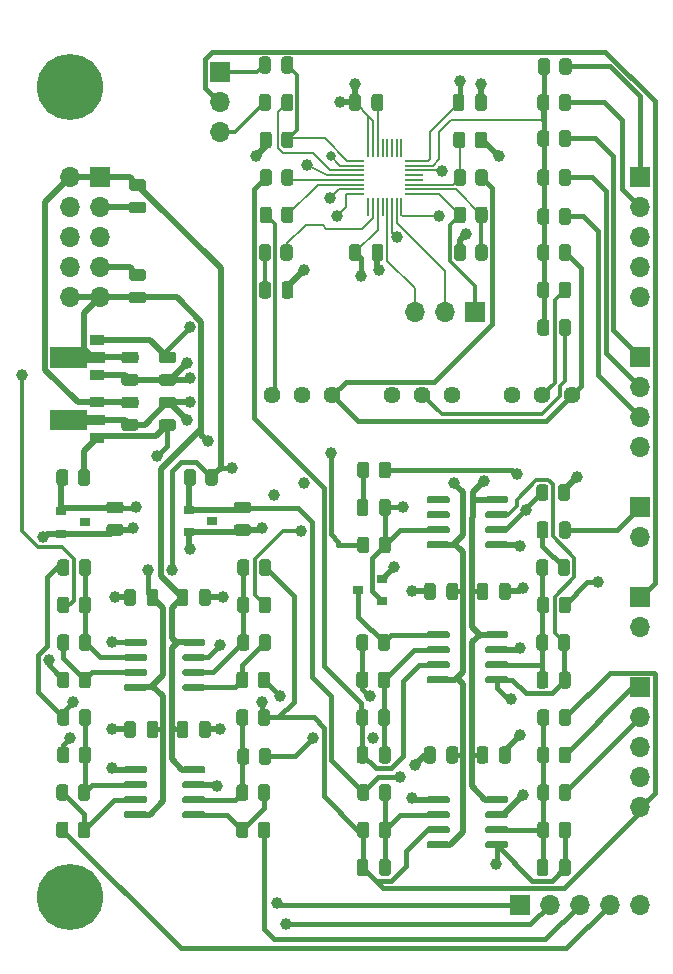
<source format=gtl>
G04 #@! TF.GenerationSoftware,KiCad,Pcbnew,5.1.12-84ad8e8a86~92~ubuntu20.04.1*
G04 #@! TF.CreationDate,2021-12-23T14:30:50-05:00*
G04 #@! TF.ProjectId,SSI2130_VCO,53534932-3133-4305-9f56-434f2e6b6963,0*
G04 #@! TF.SameCoordinates,Original*
G04 #@! TF.FileFunction,Copper,L1,Top*
G04 #@! TF.FilePolarity,Positive*
%FSLAX46Y46*%
G04 Gerber Fmt 4.6, Leading zero omitted, Abs format (unit mm)*
G04 Created by KiCad (PCBNEW 5.1.12-84ad8e8a86~92~ubuntu20.04.1) date 2021-12-23 14:30:50*
%MOMM*%
%LPD*%
G01*
G04 APERTURE LIST*
G04 #@! TA.AperFunction,SMDPad,CuDef*
%ADD10R,1.500000X0.200000*%
G04 #@! TD*
G04 #@! TA.AperFunction,SMDPad,CuDef*
%ADD11R,0.200000X1.500000*%
G04 #@! TD*
G04 #@! TA.AperFunction,SMDPad,CuDef*
%ADD12R,0.900000X0.800000*%
G04 #@! TD*
G04 #@! TA.AperFunction,SMDPad,CuDef*
%ADD13C,0.100000*%
G04 #@! TD*
G04 #@! TA.AperFunction,SMDPad,CuDef*
%ADD14R,1.300000X0.900000*%
G04 #@! TD*
G04 #@! TA.AperFunction,ComponentPad*
%ADD15C,1.440000*%
G04 #@! TD*
G04 #@! TA.AperFunction,ComponentPad*
%ADD16O,1.700000X1.700000*%
G04 #@! TD*
G04 #@! TA.AperFunction,ComponentPad*
%ADD17R,1.700000X1.700000*%
G04 #@! TD*
G04 #@! TA.AperFunction,ComponentPad*
%ADD18C,5.600000*%
G04 #@! TD*
G04 #@! TA.AperFunction,ViaPad*
%ADD19C,1.000000*%
G04 #@! TD*
G04 #@! TA.AperFunction,ViaPad*
%ADD20C,0.800000*%
G04 #@! TD*
G04 #@! TA.AperFunction,Conductor*
%ADD21C,0.400000*%
G04 #@! TD*
G04 #@! TA.AperFunction,Conductor*
%ADD22C,0.300000*%
G04 #@! TD*
G04 #@! TA.AperFunction,Conductor*
%ADD23C,0.200000*%
G04 #@! TD*
G04 #@! TA.AperFunction,Conductor*
%ADD24C,0.500000*%
G04 #@! TD*
G04 APERTURE END LIST*
D10*
X59650000Y-39100000D03*
X59650000Y-38700000D03*
X59650000Y-38300000D03*
X59650000Y-37900000D03*
X59650000Y-37500000D03*
X59650000Y-37100000D03*
D11*
X58150000Y-35600000D03*
X57750000Y-35600000D03*
X56150000Y-35600000D03*
X57350000Y-35600000D03*
X56550000Y-35600000D03*
X56950000Y-35600000D03*
D10*
X54650000Y-37100000D03*
X54650000Y-38700000D03*
X54650000Y-37500000D03*
X54650000Y-39100000D03*
X54650000Y-37900000D03*
X54650000Y-38300000D03*
D11*
X56950000Y-40600000D03*
X57350000Y-40600000D03*
X58150000Y-40600000D03*
X56150000Y-40600000D03*
X56550000Y-40600000D03*
X57750000Y-40600000D03*
D10*
X59650000Y-39500000D03*
X59650000Y-36700000D03*
D11*
X58550000Y-35600000D03*
X55750000Y-35600000D03*
D10*
X54650000Y-36700000D03*
X54650000Y-39500000D03*
D11*
X55750000Y-40600000D03*
X58550000Y-40600000D03*
D12*
X42545000Y-67183000D03*
X40545000Y-68133000D03*
X40545000Y-66233000D03*
X31750000Y-67310000D03*
X29750000Y-68260000D03*
X29750000Y-66360000D03*
G04 #@! TA.AperFunction,SMDPad,CuDef*
D13*
G36*
X28815000Y-52473500D02*
G01*
X31940000Y-52473500D01*
X31940000Y-52890000D01*
X33415000Y-52890000D01*
X33415000Y-53790000D01*
X31940000Y-53790000D01*
X31940000Y-54206500D01*
X28815000Y-54206500D01*
X28815000Y-52473500D01*
G37*
G04 #@! TD.AperFunction*
D14*
X32765000Y-51840000D03*
X32765000Y-54840000D03*
G04 #@! TA.AperFunction,SMDPad,CuDef*
D13*
G36*
X28815000Y-57783500D02*
G01*
X31940000Y-57783500D01*
X31940000Y-58200000D01*
X33415000Y-58200000D01*
X33415000Y-59100000D01*
X31940000Y-59100000D01*
X31940000Y-59516500D01*
X28815000Y-59516500D01*
X28815000Y-57783500D01*
G37*
G04 #@! TD.AperFunction*
D14*
X32765000Y-57150000D03*
X32765000Y-60150000D03*
G04 #@! TA.AperFunction,SMDPad,CuDef*
G36*
G01*
X62635000Y-69065000D02*
X62635000Y-69365000D01*
G75*
G02*
X62485000Y-69515000I-150000J0D01*
G01*
X60835000Y-69515000D01*
G75*
G02*
X60685000Y-69365000I0J150000D01*
G01*
X60685000Y-69065000D01*
G75*
G02*
X60835000Y-68915000I150000J0D01*
G01*
X62485000Y-68915000D01*
G75*
G02*
X62635000Y-69065000I0J-150000D01*
G01*
G37*
G04 #@! TD.AperFunction*
G04 #@! TA.AperFunction,SMDPad,CuDef*
G36*
G01*
X62635000Y-67795000D02*
X62635000Y-68095000D01*
G75*
G02*
X62485000Y-68245000I-150000J0D01*
G01*
X60835000Y-68245000D01*
G75*
G02*
X60685000Y-68095000I0J150000D01*
G01*
X60685000Y-67795000D01*
G75*
G02*
X60835000Y-67645000I150000J0D01*
G01*
X62485000Y-67645000D01*
G75*
G02*
X62635000Y-67795000I0J-150000D01*
G01*
G37*
G04 #@! TD.AperFunction*
G04 #@! TA.AperFunction,SMDPad,CuDef*
G36*
G01*
X62635000Y-66525000D02*
X62635000Y-66825000D01*
G75*
G02*
X62485000Y-66975000I-150000J0D01*
G01*
X60835000Y-66975000D01*
G75*
G02*
X60685000Y-66825000I0J150000D01*
G01*
X60685000Y-66525000D01*
G75*
G02*
X60835000Y-66375000I150000J0D01*
G01*
X62485000Y-66375000D01*
G75*
G02*
X62635000Y-66525000I0J-150000D01*
G01*
G37*
G04 #@! TD.AperFunction*
G04 #@! TA.AperFunction,SMDPad,CuDef*
G36*
G01*
X62635000Y-65255000D02*
X62635000Y-65555000D01*
G75*
G02*
X62485000Y-65705000I-150000J0D01*
G01*
X60835000Y-65705000D01*
G75*
G02*
X60685000Y-65555000I0J150000D01*
G01*
X60685000Y-65255000D01*
G75*
G02*
X60835000Y-65105000I150000J0D01*
G01*
X62485000Y-65105000D01*
G75*
G02*
X62635000Y-65255000I0J-150000D01*
G01*
G37*
G04 #@! TD.AperFunction*
G04 #@! TA.AperFunction,SMDPad,CuDef*
G36*
G01*
X67585000Y-65255000D02*
X67585000Y-65555000D01*
G75*
G02*
X67435000Y-65705000I-150000J0D01*
G01*
X65785000Y-65705000D01*
G75*
G02*
X65635000Y-65555000I0J150000D01*
G01*
X65635000Y-65255000D01*
G75*
G02*
X65785000Y-65105000I150000J0D01*
G01*
X67435000Y-65105000D01*
G75*
G02*
X67585000Y-65255000I0J-150000D01*
G01*
G37*
G04 #@! TD.AperFunction*
G04 #@! TA.AperFunction,SMDPad,CuDef*
G36*
G01*
X67585000Y-66525000D02*
X67585000Y-66825000D01*
G75*
G02*
X67435000Y-66975000I-150000J0D01*
G01*
X65785000Y-66975000D01*
G75*
G02*
X65635000Y-66825000I0J150000D01*
G01*
X65635000Y-66525000D01*
G75*
G02*
X65785000Y-66375000I150000J0D01*
G01*
X67435000Y-66375000D01*
G75*
G02*
X67585000Y-66525000I0J-150000D01*
G01*
G37*
G04 #@! TD.AperFunction*
G04 #@! TA.AperFunction,SMDPad,CuDef*
G36*
G01*
X67585000Y-67795000D02*
X67585000Y-68095000D01*
G75*
G02*
X67435000Y-68245000I-150000J0D01*
G01*
X65785000Y-68245000D01*
G75*
G02*
X65635000Y-68095000I0J150000D01*
G01*
X65635000Y-67795000D01*
G75*
G02*
X65785000Y-67645000I150000J0D01*
G01*
X67435000Y-67645000D01*
G75*
G02*
X67585000Y-67795000I0J-150000D01*
G01*
G37*
G04 #@! TD.AperFunction*
G04 #@! TA.AperFunction,SMDPad,CuDef*
G36*
G01*
X67585000Y-69065000D02*
X67585000Y-69365000D01*
G75*
G02*
X67435000Y-69515000I-150000J0D01*
G01*
X65785000Y-69515000D01*
G75*
G02*
X65635000Y-69365000I0J150000D01*
G01*
X65635000Y-69065000D01*
G75*
G02*
X65785000Y-68915000I150000J0D01*
G01*
X67435000Y-68915000D01*
G75*
G02*
X67585000Y-69065000I0J-150000D01*
G01*
G37*
G04 #@! TD.AperFunction*
G04 #@! TA.AperFunction,SMDPad,CuDef*
G36*
G01*
X62635000Y-94465000D02*
X62635000Y-94765000D01*
G75*
G02*
X62485000Y-94915000I-150000J0D01*
G01*
X60835000Y-94915000D01*
G75*
G02*
X60685000Y-94765000I0J150000D01*
G01*
X60685000Y-94465000D01*
G75*
G02*
X60835000Y-94315000I150000J0D01*
G01*
X62485000Y-94315000D01*
G75*
G02*
X62635000Y-94465000I0J-150000D01*
G01*
G37*
G04 #@! TD.AperFunction*
G04 #@! TA.AperFunction,SMDPad,CuDef*
G36*
G01*
X62635000Y-93195000D02*
X62635000Y-93495000D01*
G75*
G02*
X62485000Y-93645000I-150000J0D01*
G01*
X60835000Y-93645000D01*
G75*
G02*
X60685000Y-93495000I0J150000D01*
G01*
X60685000Y-93195000D01*
G75*
G02*
X60835000Y-93045000I150000J0D01*
G01*
X62485000Y-93045000D01*
G75*
G02*
X62635000Y-93195000I0J-150000D01*
G01*
G37*
G04 #@! TD.AperFunction*
G04 #@! TA.AperFunction,SMDPad,CuDef*
G36*
G01*
X62635000Y-91925000D02*
X62635000Y-92225000D01*
G75*
G02*
X62485000Y-92375000I-150000J0D01*
G01*
X60835000Y-92375000D01*
G75*
G02*
X60685000Y-92225000I0J150000D01*
G01*
X60685000Y-91925000D01*
G75*
G02*
X60835000Y-91775000I150000J0D01*
G01*
X62485000Y-91775000D01*
G75*
G02*
X62635000Y-91925000I0J-150000D01*
G01*
G37*
G04 #@! TD.AperFunction*
G04 #@! TA.AperFunction,SMDPad,CuDef*
G36*
G01*
X62635000Y-90655000D02*
X62635000Y-90955000D01*
G75*
G02*
X62485000Y-91105000I-150000J0D01*
G01*
X60835000Y-91105000D01*
G75*
G02*
X60685000Y-90955000I0J150000D01*
G01*
X60685000Y-90655000D01*
G75*
G02*
X60835000Y-90505000I150000J0D01*
G01*
X62485000Y-90505000D01*
G75*
G02*
X62635000Y-90655000I0J-150000D01*
G01*
G37*
G04 #@! TD.AperFunction*
G04 #@! TA.AperFunction,SMDPad,CuDef*
G36*
G01*
X67585000Y-90655000D02*
X67585000Y-90955000D01*
G75*
G02*
X67435000Y-91105000I-150000J0D01*
G01*
X65785000Y-91105000D01*
G75*
G02*
X65635000Y-90955000I0J150000D01*
G01*
X65635000Y-90655000D01*
G75*
G02*
X65785000Y-90505000I150000J0D01*
G01*
X67435000Y-90505000D01*
G75*
G02*
X67585000Y-90655000I0J-150000D01*
G01*
G37*
G04 #@! TD.AperFunction*
G04 #@! TA.AperFunction,SMDPad,CuDef*
G36*
G01*
X67585000Y-91925000D02*
X67585000Y-92225000D01*
G75*
G02*
X67435000Y-92375000I-150000J0D01*
G01*
X65785000Y-92375000D01*
G75*
G02*
X65635000Y-92225000I0J150000D01*
G01*
X65635000Y-91925000D01*
G75*
G02*
X65785000Y-91775000I150000J0D01*
G01*
X67435000Y-91775000D01*
G75*
G02*
X67585000Y-91925000I0J-150000D01*
G01*
G37*
G04 #@! TD.AperFunction*
G04 #@! TA.AperFunction,SMDPad,CuDef*
G36*
G01*
X67585000Y-93195000D02*
X67585000Y-93495000D01*
G75*
G02*
X67435000Y-93645000I-150000J0D01*
G01*
X65785000Y-93645000D01*
G75*
G02*
X65635000Y-93495000I0J150000D01*
G01*
X65635000Y-93195000D01*
G75*
G02*
X65785000Y-93045000I150000J0D01*
G01*
X67435000Y-93045000D01*
G75*
G02*
X67585000Y-93195000I0J-150000D01*
G01*
G37*
G04 #@! TD.AperFunction*
G04 #@! TA.AperFunction,SMDPad,CuDef*
G36*
G01*
X67585000Y-94465000D02*
X67585000Y-94765000D01*
G75*
G02*
X67435000Y-94915000I-150000J0D01*
G01*
X65785000Y-94915000D01*
G75*
G02*
X65635000Y-94765000I0J150000D01*
G01*
X65635000Y-94465000D01*
G75*
G02*
X65785000Y-94315000I150000J0D01*
G01*
X67435000Y-94315000D01*
G75*
G02*
X67585000Y-94465000I0J-150000D01*
G01*
G37*
G04 #@! TD.AperFunction*
G04 #@! TA.AperFunction,SMDPad,CuDef*
G36*
G01*
X62635000Y-80495000D02*
X62635000Y-80795000D01*
G75*
G02*
X62485000Y-80945000I-150000J0D01*
G01*
X60835000Y-80945000D01*
G75*
G02*
X60685000Y-80795000I0J150000D01*
G01*
X60685000Y-80495000D01*
G75*
G02*
X60835000Y-80345000I150000J0D01*
G01*
X62485000Y-80345000D01*
G75*
G02*
X62635000Y-80495000I0J-150000D01*
G01*
G37*
G04 #@! TD.AperFunction*
G04 #@! TA.AperFunction,SMDPad,CuDef*
G36*
G01*
X62635000Y-79225000D02*
X62635000Y-79525000D01*
G75*
G02*
X62485000Y-79675000I-150000J0D01*
G01*
X60835000Y-79675000D01*
G75*
G02*
X60685000Y-79525000I0J150000D01*
G01*
X60685000Y-79225000D01*
G75*
G02*
X60835000Y-79075000I150000J0D01*
G01*
X62485000Y-79075000D01*
G75*
G02*
X62635000Y-79225000I0J-150000D01*
G01*
G37*
G04 #@! TD.AperFunction*
G04 #@! TA.AperFunction,SMDPad,CuDef*
G36*
G01*
X62635000Y-77955000D02*
X62635000Y-78255000D01*
G75*
G02*
X62485000Y-78405000I-150000J0D01*
G01*
X60835000Y-78405000D01*
G75*
G02*
X60685000Y-78255000I0J150000D01*
G01*
X60685000Y-77955000D01*
G75*
G02*
X60835000Y-77805000I150000J0D01*
G01*
X62485000Y-77805000D01*
G75*
G02*
X62635000Y-77955000I0J-150000D01*
G01*
G37*
G04 #@! TD.AperFunction*
G04 #@! TA.AperFunction,SMDPad,CuDef*
G36*
G01*
X62635000Y-76685000D02*
X62635000Y-76985000D01*
G75*
G02*
X62485000Y-77135000I-150000J0D01*
G01*
X60835000Y-77135000D01*
G75*
G02*
X60685000Y-76985000I0J150000D01*
G01*
X60685000Y-76685000D01*
G75*
G02*
X60835000Y-76535000I150000J0D01*
G01*
X62485000Y-76535000D01*
G75*
G02*
X62635000Y-76685000I0J-150000D01*
G01*
G37*
G04 #@! TD.AperFunction*
G04 #@! TA.AperFunction,SMDPad,CuDef*
G36*
G01*
X67585000Y-76685000D02*
X67585000Y-76985000D01*
G75*
G02*
X67435000Y-77135000I-150000J0D01*
G01*
X65785000Y-77135000D01*
G75*
G02*
X65635000Y-76985000I0J150000D01*
G01*
X65635000Y-76685000D01*
G75*
G02*
X65785000Y-76535000I150000J0D01*
G01*
X67435000Y-76535000D01*
G75*
G02*
X67585000Y-76685000I0J-150000D01*
G01*
G37*
G04 #@! TD.AperFunction*
G04 #@! TA.AperFunction,SMDPad,CuDef*
G36*
G01*
X67585000Y-77955000D02*
X67585000Y-78255000D01*
G75*
G02*
X67435000Y-78405000I-150000J0D01*
G01*
X65785000Y-78405000D01*
G75*
G02*
X65635000Y-78255000I0J150000D01*
G01*
X65635000Y-77955000D01*
G75*
G02*
X65785000Y-77805000I150000J0D01*
G01*
X67435000Y-77805000D01*
G75*
G02*
X67585000Y-77955000I0J-150000D01*
G01*
G37*
G04 #@! TD.AperFunction*
G04 #@! TA.AperFunction,SMDPad,CuDef*
G36*
G01*
X67585000Y-79225000D02*
X67585000Y-79525000D01*
G75*
G02*
X67435000Y-79675000I-150000J0D01*
G01*
X65785000Y-79675000D01*
G75*
G02*
X65635000Y-79525000I0J150000D01*
G01*
X65635000Y-79225000D01*
G75*
G02*
X65785000Y-79075000I150000J0D01*
G01*
X67435000Y-79075000D01*
G75*
G02*
X67585000Y-79225000I0J-150000D01*
G01*
G37*
G04 #@! TD.AperFunction*
G04 #@! TA.AperFunction,SMDPad,CuDef*
G36*
G01*
X67585000Y-80495000D02*
X67585000Y-80795000D01*
G75*
G02*
X67435000Y-80945000I-150000J0D01*
G01*
X65785000Y-80945000D01*
G75*
G02*
X65635000Y-80795000I0J150000D01*
G01*
X65635000Y-80495000D01*
G75*
G02*
X65785000Y-80345000I150000J0D01*
G01*
X67435000Y-80345000D01*
G75*
G02*
X67585000Y-80495000I0J-150000D01*
G01*
G37*
G04 #@! TD.AperFunction*
G04 #@! TA.AperFunction,SMDPad,CuDef*
G36*
G01*
X37007000Y-91910000D02*
X37007000Y-92210000D01*
G75*
G02*
X36857000Y-92360000I-150000J0D01*
G01*
X35207000Y-92360000D01*
G75*
G02*
X35057000Y-92210000I0J150000D01*
G01*
X35057000Y-91910000D01*
G75*
G02*
X35207000Y-91760000I150000J0D01*
G01*
X36857000Y-91760000D01*
G75*
G02*
X37007000Y-91910000I0J-150000D01*
G01*
G37*
G04 #@! TD.AperFunction*
G04 #@! TA.AperFunction,SMDPad,CuDef*
G36*
G01*
X37007000Y-90640000D02*
X37007000Y-90940000D01*
G75*
G02*
X36857000Y-91090000I-150000J0D01*
G01*
X35207000Y-91090000D01*
G75*
G02*
X35057000Y-90940000I0J150000D01*
G01*
X35057000Y-90640000D01*
G75*
G02*
X35207000Y-90490000I150000J0D01*
G01*
X36857000Y-90490000D01*
G75*
G02*
X37007000Y-90640000I0J-150000D01*
G01*
G37*
G04 #@! TD.AperFunction*
G04 #@! TA.AperFunction,SMDPad,CuDef*
G36*
G01*
X37007000Y-89370000D02*
X37007000Y-89670000D01*
G75*
G02*
X36857000Y-89820000I-150000J0D01*
G01*
X35207000Y-89820000D01*
G75*
G02*
X35057000Y-89670000I0J150000D01*
G01*
X35057000Y-89370000D01*
G75*
G02*
X35207000Y-89220000I150000J0D01*
G01*
X36857000Y-89220000D01*
G75*
G02*
X37007000Y-89370000I0J-150000D01*
G01*
G37*
G04 #@! TD.AperFunction*
G04 #@! TA.AperFunction,SMDPad,CuDef*
G36*
G01*
X37007000Y-88100000D02*
X37007000Y-88400000D01*
G75*
G02*
X36857000Y-88550000I-150000J0D01*
G01*
X35207000Y-88550000D01*
G75*
G02*
X35057000Y-88400000I0J150000D01*
G01*
X35057000Y-88100000D01*
G75*
G02*
X35207000Y-87950000I150000J0D01*
G01*
X36857000Y-87950000D01*
G75*
G02*
X37007000Y-88100000I0J-150000D01*
G01*
G37*
G04 #@! TD.AperFunction*
G04 #@! TA.AperFunction,SMDPad,CuDef*
G36*
G01*
X41957000Y-88100000D02*
X41957000Y-88400000D01*
G75*
G02*
X41807000Y-88550000I-150000J0D01*
G01*
X40157000Y-88550000D01*
G75*
G02*
X40007000Y-88400000I0J150000D01*
G01*
X40007000Y-88100000D01*
G75*
G02*
X40157000Y-87950000I150000J0D01*
G01*
X41807000Y-87950000D01*
G75*
G02*
X41957000Y-88100000I0J-150000D01*
G01*
G37*
G04 #@! TD.AperFunction*
G04 #@! TA.AperFunction,SMDPad,CuDef*
G36*
G01*
X41957000Y-89370000D02*
X41957000Y-89670000D01*
G75*
G02*
X41807000Y-89820000I-150000J0D01*
G01*
X40157000Y-89820000D01*
G75*
G02*
X40007000Y-89670000I0J150000D01*
G01*
X40007000Y-89370000D01*
G75*
G02*
X40157000Y-89220000I150000J0D01*
G01*
X41807000Y-89220000D01*
G75*
G02*
X41957000Y-89370000I0J-150000D01*
G01*
G37*
G04 #@! TD.AperFunction*
G04 #@! TA.AperFunction,SMDPad,CuDef*
G36*
G01*
X41957000Y-90640000D02*
X41957000Y-90940000D01*
G75*
G02*
X41807000Y-91090000I-150000J0D01*
G01*
X40157000Y-91090000D01*
G75*
G02*
X40007000Y-90940000I0J150000D01*
G01*
X40007000Y-90640000D01*
G75*
G02*
X40157000Y-90490000I150000J0D01*
G01*
X41807000Y-90490000D01*
G75*
G02*
X41957000Y-90640000I0J-150000D01*
G01*
G37*
G04 #@! TD.AperFunction*
G04 #@! TA.AperFunction,SMDPad,CuDef*
G36*
G01*
X41957000Y-91910000D02*
X41957000Y-92210000D01*
G75*
G02*
X41807000Y-92360000I-150000J0D01*
G01*
X40157000Y-92360000D01*
G75*
G02*
X40007000Y-92210000I0J150000D01*
G01*
X40007000Y-91910000D01*
G75*
G02*
X40157000Y-91760000I150000J0D01*
G01*
X41807000Y-91760000D01*
G75*
G02*
X41957000Y-91910000I0J-150000D01*
G01*
G37*
G04 #@! TD.AperFunction*
G04 #@! TA.AperFunction,SMDPad,CuDef*
G36*
G01*
X37007000Y-81130000D02*
X37007000Y-81430000D01*
G75*
G02*
X36857000Y-81580000I-150000J0D01*
G01*
X35207000Y-81580000D01*
G75*
G02*
X35057000Y-81430000I0J150000D01*
G01*
X35057000Y-81130000D01*
G75*
G02*
X35207000Y-80980000I150000J0D01*
G01*
X36857000Y-80980000D01*
G75*
G02*
X37007000Y-81130000I0J-150000D01*
G01*
G37*
G04 #@! TD.AperFunction*
G04 #@! TA.AperFunction,SMDPad,CuDef*
G36*
G01*
X37007000Y-79860000D02*
X37007000Y-80160000D01*
G75*
G02*
X36857000Y-80310000I-150000J0D01*
G01*
X35207000Y-80310000D01*
G75*
G02*
X35057000Y-80160000I0J150000D01*
G01*
X35057000Y-79860000D01*
G75*
G02*
X35207000Y-79710000I150000J0D01*
G01*
X36857000Y-79710000D01*
G75*
G02*
X37007000Y-79860000I0J-150000D01*
G01*
G37*
G04 #@! TD.AperFunction*
G04 #@! TA.AperFunction,SMDPad,CuDef*
G36*
G01*
X37007000Y-78590000D02*
X37007000Y-78890000D01*
G75*
G02*
X36857000Y-79040000I-150000J0D01*
G01*
X35207000Y-79040000D01*
G75*
G02*
X35057000Y-78890000I0J150000D01*
G01*
X35057000Y-78590000D01*
G75*
G02*
X35207000Y-78440000I150000J0D01*
G01*
X36857000Y-78440000D01*
G75*
G02*
X37007000Y-78590000I0J-150000D01*
G01*
G37*
G04 #@! TD.AperFunction*
G04 #@! TA.AperFunction,SMDPad,CuDef*
G36*
G01*
X37007000Y-77320000D02*
X37007000Y-77620000D01*
G75*
G02*
X36857000Y-77770000I-150000J0D01*
G01*
X35207000Y-77770000D01*
G75*
G02*
X35057000Y-77620000I0J150000D01*
G01*
X35057000Y-77320000D01*
G75*
G02*
X35207000Y-77170000I150000J0D01*
G01*
X36857000Y-77170000D01*
G75*
G02*
X37007000Y-77320000I0J-150000D01*
G01*
G37*
G04 #@! TD.AperFunction*
G04 #@! TA.AperFunction,SMDPad,CuDef*
G36*
G01*
X41957000Y-77320000D02*
X41957000Y-77620000D01*
G75*
G02*
X41807000Y-77770000I-150000J0D01*
G01*
X40157000Y-77770000D01*
G75*
G02*
X40007000Y-77620000I0J150000D01*
G01*
X40007000Y-77320000D01*
G75*
G02*
X40157000Y-77170000I150000J0D01*
G01*
X41807000Y-77170000D01*
G75*
G02*
X41957000Y-77320000I0J-150000D01*
G01*
G37*
G04 #@! TD.AperFunction*
G04 #@! TA.AperFunction,SMDPad,CuDef*
G36*
G01*
X41957000Y-78590000D02*
X41957000Y-78890000D01*
G75*
G02*
X41807000Y-79040000I-150000J0D01*
G01*
X40157000Y-79040000D01*
G75*
G02*
X40007000Y-78890000I0J150000D01*
G01*
X40007000Y-78590000D01*
G75*
G02*
X40157000Y-78440000I150000J0D01*
G01*
X41807000Y-78440000D01*
G75*
G02*
X41957000Y-78590000I0J-150000D01*
G01*
G37*
G04 #@! TD.AperFunction*
G04 #@! TA.AperFunction,SMDPad,CuDef*
G36*
G01*
X41957000Y-79860000D02*
X41957000Y-80160000D01*
G75*
G02*
X41807000Y-80310000I-150000J0D01*
G01*
X40157000Y-80310000D01*
G75*
G02*
X40007000Y-80160000I0J150000D01*
G01*
X40007000Y-79860000D01*
G75*
G02*
X40157000Y-79710000I150000J0D01*
G01*
X41807000Y-79710000D01*
G75*
G02*
X41957000Y-79860000I0J-150000D01*
G01*
G37*
G04 #@! TD.AperFunction*
G04 #@! TA.AperFunction,SMDPad,CuDef*
G36*
G01*
X41957000Y-81130000D02*
X41957000Y-81430000D01*
G75*
G02*
X41807000Y-81580000I-150000J0D01*
G01*
X40157000Y-81580000D01*
G75*
G02*
X40007000Y-81430000I0J150000D01*
G01*
X40007000Y-81130000D01*
G75*
G02*
X40157000Y-80980000I150000J0D01*
G01*
X41807000Y-80980000D01*
G75*
G02*
X41957000Y-81130000I0J-150000D01*
G01*
G37*
G04 #@! TD.AperFunction*
D15*
X47625000Y-56515000D03*
X50165000Y-56515000D03*
X52705000Y-56515000D03*
X57785000Y-56515000D03*
X60325000Y-56515000D03*
X62865000Y-56515000D03*
X67945000Y-56515000D03*
X70485000Y-56515000D03*
X73025000Y-56515000D03*
G04 #@! TA.AperFunction,SMDPad,CuDef*
G36*
G01*
X63965500Y-34474998D02*
X63965500Y-35375002D01*
G75*
G02*
X63715502Y-35625000I-249998J0D01*
G01*
X63190498Y-35625000D01*
G75*
G02*
X62940500Y-35375002I0J249998D01*
G01*
X62940500Y-34474998D01*
G75*
G02*
X63190498Y-34225000I249998J0D01*
G01*
X63715502Y-34225000D01*
G75*
G02*
X63965500Y-34474998I0J-249998D01*
G01*
G37*
G04 #@! TD.AperFunction*
G04 #@! TA.AperFunction,SMDPad,CuDef*
G36*
G01*
X65790500Y-34474998D02*
X65790500Y-35375002D01*
G75*
G02*
X65540502Y-35625000I-249998J0D01*
G01*
X65015498Y-35625000D01*
G75*
G02*
X64765500Y-35375002I0J249998D01*
G01*
X64765500Y-34474998D01*
G75*
G02*
X65015498Y-34225000I249998J0D01*
G01*
X65540502Y-34225000D01*
G75*
G02*
X65790500Y-34474998I0J-249998D01*
G01*
G37*
G04 #@! TD.AperFunction*
G04 #@! TA.AperFunction,SMDPad,CuDef*
G36*
G01*
X64812500Y-38550002D02*
X64812500Y-37649998D01*
G75*
G02*
X65062498Y-37400000I249998J0D01*
G01*
X65587502Y-37400000D01*
G75*
G02*
X65837500Y-37649998I0J-249998D01*
G01*
X65837500Y-38550002D01*
G75*
G02*
X65587502Y-38800000I-249998J0D01*
G01*
X65062498Y-38800000D01*
G75*
G02*
X64812500Y-38550002I0J249998D01*
G01*
G37*
G04 #@! TD.AperFunction*
G04 #@! TA.AperFunction,SMDPad,CuDef*
G36*
G01*
X62987500Y-38550002D02*
X62987500Y-37649998D01*
G75*
G02*
X63237498Y-37400000I249998J0D01*
G01*
X63762502Y-37400000D01*
G75*
G02*
X64012500Y-37649998I0J-249998D01*
G01*
X64012500Y-38550002D01*
G75*
G02*
X63762502Y-38800000I-249998J0D01*
G01*
X63237498Y-38800000D01*
G75*
G02*
X62987500Y-38550002I0J249998D01*
G01*
G37*
G04 #@! TD.AperFunction*
G04 #@! TA.AperFunction,SMDPad,CuDef*
G36*
G01*
X64812500Y-44900002D02*
X64812500Y-43999998D01*
G75*
G02*
X65062498Y-43750000I249998J0D01*
G01*
X65587502Y-43750000D01*
G75*
G02*
X65837500Y-43999998I0J-249998D01*
G01*
X65837500Y-44900002D01*
G75*
G02*
X65587502Y-45150000I-249998J0D01*
G01*
X65062498Y-45150000D01*
G75*
G02*
X64812500Y-44900002I0J249998D01*
G01*
G37*
G04 #@! TD.AperFunction*
G04 #@! TA.AperFunction,SMDPad,CuDef*
G36*
G01*
X62987500Y-44900002D02*
X62987500Y-43999998D01*
G75*
G02*
X63237498Y-43750000I249998J0D01*
G01*
X63762502Y-43750000D01*
G75*
G02*
X64012500Y-43999998I0J-249998D01*
G01*
X64012500Y-44900002D01*
G75*
G02*
X63762502Y-45150000I-249998J0D01*
G01*
X63237498Y-45150000D01*
G75*
G02*
X62987500Y-44900002I0J249998D01*
G01*
G37*
G04 #@! TD.AperFunction*
G04 #@! TA.AperFunction,SMDPad,CuDef*
G36*
G01*
X64012500Y-40824998D02*
X64012500Y-41725002D01*
G75*
G02*
X63762502Y-41975000I-249998J0D01*
G01*
X63237498Y-41975000D01*
G75*
G02*
X62987500Y-41725002I0J249998D01*
G01*
X62987500Y-40824998D01*
G75*
G02*
X63237498Y-40575000I249998J0D01*
G01*
X63762502Y-40575000D01*
G75*
G02*
X64012500Y-40824998I0J-249998D01*
G01*
G37*
G04 #@! TD.AperFunction*
G04 #@! TA.AperFunction,SMDPad,CuDef*
G36*
G01*
X65837500Y-40824998D02*
X65837500Y-41725002D01*
G75*
G02*
X65587502Y-41975000I-249998J0D01*
G01*
X65062498Y-41975000D01*
G75*
G02*
X64812500Y-41725002I0J249998D01*
G01*
X64812500Y-40824998D01*
G75*
G02*
X65062498Y-40575000I249998J0D01*
G01*
X65587502Y-40575000D01*
G75*
G02*
X65837500Y-40824998I0J-249998D01*
G01*
G37*
G04 #@! TD.AperFunction*
G04 #@! TA.AperFunction,SMDPad,CuDef*
G36*
G01*
X47502500Y-43999998D02*
X47502500Y-44900002D01*
G75*
G02*
X47252502Y-45150000I-249998J0D01*
G01*
X46727498Y-45150000D01*
G75*
G02*
X46477500Y-44900002I0J249998D01*
G01*
X46477500Y-43999998D01*
G75*
G02*
X46727498Y-43750000I249998J0D01*
G01*
X47252502Y-43750000D01*
G75*
G02*
X47502500Y-43999998I0J-249998D01*
G01*
G37*
G04 #@! TD.AperFunction*
G04 #@! TA.AperFunction,SMDPad,CuDef*
G36*
G01*
X49327500Y-43999998D02*
X49327500Y-44900002D01*
G75*
G02*
X49077502Y-45150000I-249998J0D01*
G01*
X48552498Y-45150000D01*
G75*
G02*
X48302500Y-44900002I0J249998D01*
G01*
X48302500Y-43999998D01*
G75*
G02*
X48552498Y-43750000I249998J0D01*
G01*
X49077502Y-43750000D01*
G75*
G02*
X49327500Y-43999998I0J-249998D01*
G01*
G37*
G04 #@! TD.AperFunction*
G04 #@! TA.AperFunction,SMDPad,CuDef*
G36*
G01*
X48382500Y-41725002D02*
X48382500Y-40824998D01*
G75*
G02*
X48632498Y-40575000I249998J0D01*
G01*
X49157502Y-40575000D01*
G75*
G02*
X49407500Y-40824998I0J-249998D01*
G01*
X49407500Y-41725002D01*
G75*
G02*
X49157502Y-41975000I-249998J0D01*
G01*
X48632498Y-41975000D01*
G75*
G02*
X48382500Y-41725002I0J249998D01*
G01*
G37*
G04 #@! TD.AperFunction*
G04 #@! TA.AperFunction,SMDPad,CuDef*
G36*
G01*
X46557500Y-41725002D02*
X46557500Y-40824998D01*
G75*
G02*
X46807498Y-40575000I249998J0D01*
G01*
X47332502Y-40575000D01*
G75*
G02*
X47582500Y-40824998I0J-249998D01*
G01*
X47582500Y-41725002D01*
G75*
G02*
X47332502Y-41975000I-249998J0D01*
G01*
X46807498Y-41975000D01*
G75*
G02*
X46557500Y-41725002I0J249998D01*
G01*
G37*
G04 #@! TD.AperFunction*
G04 #@! TA.AperFunction,SMDPad,CuDef*
G36*
G01*
X71077500Y-50349998D02*
X71077500Y-51250002D01*
G75*
G02*
X70827502Y-51500000I-249998J0D01*
G01*
X70302498Y-51500000D01*
G75*
G02*
X70052500Y-51250002I0J249998D01*
G01*
X70052500Y-50349998D01*
G75*
G02*
X70302498Y-50100000I249998J0D01*
G01*
X70827502Y-50100000D01*
G75*
G02*
X71077500Y-50349998I0J-249998D01*
G01*
G37*
G04 #@! TD.AperFunction*
G04 #@! TA.AperFunction,SMDPad,CuDef*
G36*
G01*
X72902500Y-50349998D02*
X72902500Y-51250002D01*
G75*
G02*
X72652502Y-51500000I-249998J0D01*
G01*
X72127498Y-51500000D01*
G75*
G02*
X71877500Y-51250002I0J249998D01*
G01*
X71877500Y-50349998D01*
G75*
G02*
X72127498Y-50100000I249998J0D01*
G01*
X72652502Y-50100000D01*
G75*
G02*
X72902500Y-50349998I0J-249998D01*
G01*
G37*
G04 #@! TD.AperFunction*
G04 #@! TA.AperFunction,SMDPad,CuDef*
G36*
G01*
X71877500Y-48075002D02*
X71877500Y-47174998D01*
G75*
G02*
X72127498Y-46925000I249998J0D01*
G01*
X72652502Y-46925000D01*
G75*
G02*
X72902500Y-47174998I0J-249998D01*
G01*
X72902500Y-48075002D01*
G75*
G02*
X72652502Y-48325000I-249998J0D01*
G01*
X72127498Y-48325000D01*
G75*
G02*
X71877500Y-48075002I0J249998D01*
G01*
G37*
G04 #@! TD.AperFunction*
G04 #@! TA.AperFunction,SMDPad,CuDef*
G36*
G01*
X70052500Y-48075002D02*
X70052500Y-47174998D01*
G75*
G02*
X70302498Y-46925000I249998J0D01*
G01*
X70827502Y-46925000D01*
G75*
G02*
X71077500Y-47174998I0J-249998D01*
G01*
X71077500Y-48075002D01*
G75*
G02*
X70827502Y-48325000I-249998J0D01*
G01*
X70302498Y-48325000D01*
G75*
G02*
X70052500Y-48075002I0J249998D01*
G01*
G37*
G04 #@! TD.AperFunction*
G04 #@! TA.AperFunction,SMDPad,CuDef*
G36*
G01*
X47582500Y-37649998D02*
X47582500Y-38550002D01*
G75*
G02*
X47332502Y-38800000I-249998J0D01*
G01*
X46807498Y-38800000D01*
G75*
G02*
X46557500Y-38550002I0J249998D01*
G01*
X46557500Y-37649998D01*
G75*
G02*
X46807498Y-37400000I249998J0D01*
G01*
X47332502Y-37400000D01*
G75*
G02*
X47582500Y-37649998I0J-249998D01*
G01*
G37*
G04 #@! TD.AperFunction*
G04 #@! TA.AperFunction,SMDPad,CuDef*
G36*
G01*
X49407500Y-37649998D02*
X49407500Y-38550002D01*
G75*
G02*
X49157502Y-38800000I-249998J0D01*
G01*
X48632498Y-38800000D01*
G75*
G02*
X48382500Y-38550002I0J249998D01*
G01*
X48382500Y-37649998D01*
G75*
G02*
X48632498Y-37400000I249998J0D01*
G01*
X49157502Y-37400000D01*
G75*
G02*
X49407500Y-37649998I0J-249998D01*
G01*
G37*
G04 #@! TD.AperFunction*
G04 #@! TA.AperFunction,SMDPad,CuDef*
G36*
G01*
X71877500Y-41852002D02*
X71877500Y-40951998D01*
G75*
G02*
X72127498Y-40702000I249998J0D01*
G01*
X72652502Y-40702000D01*
G75*
G02*
X72902500Y-40951998I0J-249998D01*
G01*
X72902500Y-41852002D01*
G75*
G02*
X72652502Y-42102000I-249998J0D01*
G01*
X72127498Y-42102000D01*
G75*
G02*
X71877500Y-41852002I0J249998D01*
G01*
G37*
G04 #@! TD.AperFunction*
G04 #@! TA.AperFunction,SMDPad,CuDef*
G36*
G01*
X70052500Y-41852002D02*
X70052500Y-40951998D01*
G75*
G02*
X70302498Y-40702000I249998J0D01*
G01*
X70827502Y-40702000D01*
G75*
G02*
X71077500Y-40951998I0J-249998D01*
G01*
X71077500Y-41852002D01*
G75*
G02*
X70827502Y-42102000I-249998J0D01*
G01*
X70302498Y-42102000D01*
G75*
G02*
X70052500Y-41852002I0J249998D01*
G01*
G37*
G04 #@! TD.AperFunction*
G04 #@! TA.AperFunction,SMDPad,CuDef*
G36*
G01*
X71877500Y-38550002D02*
X71877500Y-37649998D01*
G75*
G02*
X72127498Y-37400000I249998J0D01*
G01*
X72652502Y-37400000D01*
G75*
G02*
X72902500Y-37649998I0J-249998D01*
G01*
X72902500Y-38550002D01*
G75*
G02*
X72652502Y-38800000I-249998J0D01*
G01*
X72127498Y-38800000D01*
G75*
G02*
X71877500Y-38550002I0J249998D01*
G01*
G37*
G04 #@! TD.AperFunction*
G04 #@! TA.AperFunction,SMDPad,CuDef*
G36*
G01*
X70052500Y-38550002D02*
X70052500Y-37649998D01*
G75*
G02*
X70302498Y-37400000I249998J0D01*
G01*
X70827502Y-37400000D01*
G75*
G02*
X71077500Y-37649998I0J-249998D01*
G01*
X71077500Y-38550002D01*
G75*
G02*
X70827502Y-38800000I-249998J0D01*
G01*
X70302498Y-38800000D01*
G75*
G02*
X70052500Y-38550002I0J249998D01*
G01*
G37*
G04 #@! TD.AperFunction*
G04 #@! TA.AperFunction,SMDPad,CuDef*
G36*
G01*
X71877500Y-35248002D02*
X71877500Y-34347998D01*
G75*
G02*
X72127498Y-34098000I249998J0D01*
G01*
X72652502Y-34098000D01*
G75*
G02*
X72902500Y-34347998I0J-249998D01*
G01*
X72902500Y-35248002D01*
G75*
G02*
X72652502Y-35498000I-249998J0D01*
G01*
X72127498Y-35498000D01*
G75*
G02*
X71877500Y-35248002I0J249998D01*
G01*
G37*
G04 #@! TD.AperFunction*
G04 #@! TA.AperFunction,SMDPad,CuDef*
G36*
G01*
X70052500Y-35248002D02*
X70052500Y-34347998D01*
G75*
G02*
X70302498Y-34098000I249998J0D01*
G01*
X70827502Y-34098000D01*
G75*
G02*
X71077500Y-34347998I0J-249998D01*
G01*
X71077500Y-35248002D01*
G75*
G02*
X70827502Y-35498000I-249998J0D01*
G01*
X70302498Y-35498000D01*
G75*
G02*
X70052500Y-35248002I0J249998D01*
G01*
G37*
G04 #@! TD.AperFunction*
G04 #@! TA.AperFunction,SMDPad,CuDef*
G36*
G01*
X71877500Y-32200002D02*
X71877500Y-31299998D01*
G75*
G02*
X72127498Y-31050000I249998J0D01*
G01*
X72652502Y-31050000D01*
G75*
G02*
X72902500Y-31299998I0J-249998D01*
G01*
X72902500Y-32200002D01*
G75*
G02*
X72652502Y-32450000I-249998J0D01*
G01*
X72127498Y-32450000D01*
G75*
G02*
X71877500Y-32200002I0J249998D01*
G01*
G37*
G04 #@! TD.AperFunction*
G04 #@! TA.AperFunction,SMDPad,CuDef*
G36*
G01*
X70052500Y-32200002D02*
X70052500Y-31299998D01*
G75*
G02*
X70302498Y-31050000I249998J0D01*
G01*
X70827502Y-31050000D01*
G75*
G02*
X71077500Y-31299998I0J-249998D01*
G01*
X71077500Y-32200002D01*
G75*
G02*
X70827502Y-32450000I-249998J0D01*
G01*
X70302498Y-32450000D01*
G75*
G02*
X70052500Y-32200002I0J249998D01*
G01*
G37*
G04 #@! TD.AperFunction*
G04 #@! TA.AperFunction,SMDPad,CuDef*
G36*
G01*
X71924500Y-29152002D02*
X71924500Y-28251998D01*
G75*
G02*
X72174498Y-28002000I249998J0D01*
G01*
X72699502Y-28002000D01*
G75*
G02*
X72949500Y-28251998I0J-249998D01*
G01*
X72949500Y-29152002D01*
G75*
G02*
X72699502Y-29402000I-249998J0D01*
G01*
X72174498Y-29402000D01*
G75*
G02*
X71924500Y-29152002I0J249998D01*
G01*
G37*
G04 #@! TD.AperFunction*
G04 #@! TA.AperFunction,SMDPad,CuDef*
G36*
G01*
X70099500Y-29152002D02*
X70099500Y-28251998D01*
G75*
G02*
X70349498Y-28002000I249998J0D01*
G01*
X70874502Y-28002000D01*
G75*
G02*
X71124500Y-28251998I0J-249998D01*
G01*
X71124500Y-29152002D01*
G75*
G02*
X70874502Y-29402000I-249998J0D01*
G01*
X70349498Y-29402000D01*
G75*
G02*
X70099500Y-29152002I0J249998D01*
G01*
G37*
G04 #@! TD.AperFunction*
G04 #@! TA.AperFunction,SMDPad,CuDef*
G36*
G01*
X71877500Y-44900002D02*
X71877500Y-43999998D01*
G75*
G02*
X72127498Y-43750000I249998J0D01*
G01*
X72652502Y-43750000D01*
G75*
G02*
X72902500Y-43999998I0J-249998D01*
G01*
X72902500Y-44900002D01*
G75*
G02*
X72652502Y-45150000I-249998J0D01*
G01*
X72127498Y-45150000D01*
G75*
G02*
X71877500Y-44900002I0J249998D01*
G01*
G37*
G04 #@! TD.AperFunction*
G04 #@! TA.AperFunction,SMDPad,CuDef*
G36*
G01*
X70052500Y-44900002D02*
X70052500Y-43999998D01*
G75*
G02*
X70302498Y-43750000I249998J0D01*
G01*
X70827502Y-43750000D01*
G75*
G02*
X71077500Y-43999998I0J-249998D01*
G01*
X71077500Y-44900002D01*
G75*
G02*
X70827502Y-45150000I-249998J0D01*
G01*
X70302498Y-45150000D01*
G75*
G02*
X70052500Y-44900002I0J249998D01*
G01*
G37*
G04 #@! TD.AperFunction*
G04 #@! TA.AperFunction,SMDPad,CuDef*
G36*
G01*
X47582500Y-34474998D02*
X47582500Y-35375002D01*
G75*
G02*
X47332502Y-35625000I-249998J0D01*
G01*
X46807498Y-35625000D01*
G75*
G02*
X46557500Y-35375002I0J249998D01*
G01*
X46557500Y-34474998D01*
G75*
G02*
X46807498Y-34225000I249998J0D01*
G01*
X47332502Y-34225000D01*
G75*
G02*
X47582500Y-34474998I0J-249998D01*
G01*
G37*
G04 #@! TD.AperFunction*
G04 #@! TA.AperFunction,SMDPad,CuDef*
G36*
G01*
X49407500Y-34474998D02*
X49407500Y-35375002D01*
G75*
G02*
X49157502Y-35625000I-249998J0D01*
G01*
X48632498Y-35625000D01*
G75*
G02*
X48382500Y-35375002I0J249998D01*
G01*
X48382500Y-34474998D01*
G75*
G02*
X48632498Y-34225000I249998J0D01*
G01*
X49157502Y-34225000D01*
G75*
G02*
X49407500Y-34474998I0J-249998D01*
G01*
G37*
G04 #@! TD.AperFunction*
G04 #@! TA.AperFunction,SMDPad,CuDef*
G36*
G01*
X56637500Y-93795002D02*
X56637500Y-92894998D01*
G75*
G02*
X56887498Y-92645000I249998J0D01*
G01*
X57412502Y-92645000D01*
G75*
G02*
X57662500Y-92894998I0J-249998D01*
G01*
X57662500Y-93795002D01*
G75*
G02*
X57412502Y-94045000I-249998J0D01*
G01*
X56887498Y-94045000D01*
G75*
G02*
X56637500Y-93795002I0J249998D01*
G01*
G37*
G04 #@! TD.AperFunction*
G04 #@! TA.AperFunction,SMDPad,CuDef*
G36*
G01*
X54812500Y-93795002D02*
X54812500Y-92894998D01*
G75*
G02*
X55062498Y-92645000I249998J0D01*
G01*
X55587502Y-92645000D01*
G75*
G02*
X55837500Y-92894998I0J-249998D01*
G01*
X55837500Y-93795002D01*
G75*
G02*
X55587502Y-94045000I-249998J0D01*
G01*
X55062498Y-94045000D01*
G75*
G02*
X54812500Y-93795002I0J249998D01*
G01*
G37*
G04 #@! TD.AperFunction*
G04 #@! TA.AperFunction,SMDPad,CuDef*
G36*
G01*
X55837500Y-89719998D02*
X55837500Y-90620002D01*
G75*
G02*
X55587502Y-90870000I-249998J0D01*
G01*
X55062498Y-90870000D01*
G75*
G02*
X54812500Y-90620002I0J249998D01*
G01*
X54812500Y-89719998D01*
G75*
G02*
X55062498Y-89470000I249998J0D01*
G01*
X55587502Y-89470000D01*
G75*
G02*
X55837500Y-89719998I0J-249998D01*
G01*
G37*
G04 #@! TD.AperFunction*
G04 #@! TA.AperFunction,SMDPad,CuDef*
G36*
G01*
X57662500Y-89719998D02*
X57662500Y-90620002D01*
G75*
G02*
X57412502Y-90870000I-249998J0D01*
G01*
X56887498Y-90870000D01*
G75*
G02*
X56637500Y-90620002I0J249998D01*
G01*
X56637500Y-89719998D01*
G75*
G02*
X56887498Y-89470000I249998J0D01*
G01*
X57412502Y-89470000D01*
G75*
G02*
X57662500Y-89719998I0J-249998D01*
G01*
G37*
G04 #@! TD.AperFunction*
G04 #@! TA.AperFunction,SMDPad,CuDef*
G36*
G01*
X41152500Y-63049998D02*
X41152500Y-63950002D01*
G75*
G02*
X40902502Y-64200000I-249998J0D01*
G01*
X40377498Y-64200000D01*
G75*
G02*
X40127500Y-63950002I0J249998D01*
G01*
X40127500Y-63049998D01*
G75*
G02*
X40377498Y-62800000I249998J0D01*
G01*
X40902502Y-62800000D01*
G75*
G02*
X41152500Y-63049998I0J-249998D01*
G01*
G37*
G04 #@! TD.AperFunction*
G04 #@! TA.AperFunction,SMDPad,CuDef*
G36*
G01*
X42977500Y-63049998D02*
X42977500Y-63950002D01*
G75*
G02*
X42727502Y-64200000I-249998J0D01*
G01*
X42202498Y-64200000D01*
G75*
G02*
X41952500Y-63950002I0J249998D01*
G01*
X41952500Y-63049998D01*
G75*
G02*
X42202498Y-62800000I249998J0D01*
G01*
X42727502Y-62800000D01*
G75*
G02*
X42977500Y-63049998I0J-249998D01*
G01*
G37*
G04 #@! TD.AperFunction*
G04 #@! TA.AperFunction,SMDPad,CuDef*
G36*
G01*
X30357500Y-63049998D02*
X30357500Y-63950002D01*
G75*
G02*
X30107502Y-64200000I-249998J0D01*
G01*
X29582498Y-64200000D01*
G75*
G02*
X29332500Y-63950002I0J249998D01*
G01*
X29332500Y-63049998D01*
G75*
G02*
X29582498Y-62800000I249998J0D01*
G01*
X30107502Y-62800000D01*
G75*
G02*
X30357500Y-63049998I0J-249998D01*
G01*
G37*
G04 #@! TD.AperFunction*
G04 #@! TA.AperFunction,SMDPad,CuDef*
G36*
G01*
X32182500Y-63049998D02*
X32182500Y-63950002D01*
G75*
G02*
X31932502Y-64200000I-249998J0D01*
G01*
X31407498Y-64200000D01*
G75*
G02*
X31157500Y-63950002I0J249998D01*
G01*
X31157500Y-63049998D01*
G75*
G02*
X31407498Y-62800000I249998J0D01*
G01*
X31932502Y-62800000D01*
G75*
G02*
X32182500Y-63049998I0J-249998D01*
G01*
G37*
G04 #@! TD.AperFunction*
G04 #@! TA.AperFunction,SMDPad,CuDef*
G36*
G01*
X71077500Y-92894998D02*
X71077500Y-93795002D01*
G75*
G02*
X70827502Y-94045000I-249998J0D01*
G01*
X70302498Y-94045000D01*
G75*
G02*
X70052500Y-93795002I0J249998D01*
G01*
X70052500Y-92894998D01*
G75*
G02*
X70302498Y-92645000I249998J0D01*
G01*
X70827502Y-92645000D01*
G75*
G02*
X71077500Y-92894998I0J-249998D01*
G01*
G37*
G04 #@! TD.AperFunction*
G04 #@! TA.AperFunction,SMDPad,CuDef*
G36*
G01*
X72902500Y-92894998D02*
X72902500Y-93795002D01*
G75*
G02*
X72652502Y-94045000I-249998J0D01*
G01*
X72127498Y-94045000D01*
G75*
G02*
X71877500Y-93795002I0J249998D01*
G01*
X71877500Y-92894998D01*
G75*
G02*
X72127498Y-92645000I249998J0D01*
G01*
X72652502Y-92645000D01*
G75*
G02*
X72902500Y-92894998I0J-249998D01*
G01*
G37*
G04 #@! TD.AperFunction*
G04 #@! TA.AperFunction,SMDPad,CuDef*
G36*
G01*
X71877500Y-84270002D02*
X71877500Y-83369998D01*
G75*
G02*
X72127498Y-83120000I249998J0D01*
G01*
X72652502Y-83120000D01*
G75*
G02*
X72902500Y-83369998I0J-249998D01*
G01*
X72902500Y-84270002D01*
G75*
G02*
X72652502Y-84520000I-249998J0D01*
G01*
X72127498Y-84520000D01*
G75*
G02*
X71877500Y-84270002I0J249998D01*
G01*
G37*
G04 #@! TD.AperFunction*
G04 #@! TA.AperFunction,SMDPad,CuDef*
G36*
G01*
X70052500Y-84270002D02*
X70052500Y-83369998D01*
G75*
G02*
X70302498Y-83120000I249998J0D01*
G01*
X70827502Y-83120000D01*
G75*
G02*
X71077500Y-83369998I0J-249998D01*
G01*
X71077500Y-84270002D01*
G75*
G02*
X70827502Y-84520000I-249998J0D01*
G01*
X70302498Y-84520000D01*
G75*
G02*
X70052500Y-84270002I0J249998D01*
G01*
G37*
G04 #@! TD.AperFunction*
G04 #@! TA.AperFunction,SMDPad,CuDef*
G36*
G01*
X71877500Y-87445002D02*
X71877500Y-86544998D01*
G75*
G02*
X72127498Y-86295000I249998J0D01*
G01*
X72652502Y-86295000D01*
G75*
G02*
X72902500Y-86544998I0J-249998D01*
G01*
X72902500Y-87445002D01*
G75*
G02*
X72652502Y-87695000I-249998J0D01*
G01*
X72127498Y-87695000D01*
G75*
G02*
X71877500Y-87445002I0J249998D01*
G01*
G37*
G04 #@! TD.AperFunction*
G04 #@! TA.AperFunction,SMDPad,CuDef*
G36*
G01*
X70052500Y-87445002D02*
X70052500Y-86544998D01*
G75*
G02*
X70302498Y-86295000I249998J0D01*
G01*
X70827502Y-86295000D01*
G75*
G02*
X71077500Y-86544998I0J-249998D01*
G01*
X71077500Y-87445002D01*
G75*
G02*
X70827502Y-87695000I-249998J0D01*
G01*
X70302498Y-87695000D01*
G75*
G02*
X70052500Y-87445002I0J249998D01*
G01*
G37*
G04 #@! TD.AperFunction*
G04 #@! TA.AperFunction,SMDPad,CuDef*
G36*
G01*
X71877500Y-90620002D02*
X71877500Y-89719998D01*
G75*
G02*
X72127498Y-89470000I249998J0D01*
G01*
X72652502Y-89470000D01*
G75*
G02*
X72902500Y-89719998I0J-249998D01*
G01*
X72902500Y-90620002D01*
G75*
G02*
X72652502Y-90870000I-249998J0D01*
G01*
X72127498Y-90870000D01*
G75*
G02*
X71877500Y-90620002I0J249998D01*
G01*
G37*
G04 #@! TD.AperFunction*
G04 #@! TA.AperFunction,SMDPad,CuDef*
G36*
G01*
X70052500Y-90620002D02*
X70052500Y-89719998D01*
G75*
G02*
X70302498Y-89470000I249998J0D01*
G01*
X70827502Y-89470000D01*
G75*
G02*
X71077500Y-89719998I0J-249998D01*
G01*
X71077500Y-90620002D01*
G75*
G02*
X70827502Y-90870000I-249998J0D01*
G01*
X70302498Y-90870000D01*
G75*
G02*
X70052500Y-90620002I0J249998D01*
G01*
G37*
G04 #@! TD.AperFunction*
G04 #@! TA.AperFunction,SMDPad,CuDef*
G36*
G01*
X31157500Y-93795002D02*
X31157500Y-92894998D01*
G75*
G02*
X31407498Y-92645000I249998J0D01*
G01*
X31932502Y-92645000D01*
G75*
G02*
X32182500Y-92894998I0J-249998D01*
G01*
X32182500Y-93795002D01*
G75*
G02*
X31932502Y-94045000I-249998J0D01*
G01*
X31407498Y-94045000D01*
G75*
G02*
X31157500Y-93795002I0J249998D01*
G01*
G37*
G04 #@! TD.AperFunction*
G04 #@! TA.AperFunction,SMDPad,CuDef*
G36*
G01*
X29332500Y-93795002D02*
X29332500Y-92894998D01*
G75*
G02*
X29582498Y-92645000I249998J0D01*
G01*
X30107502Y-92645000D01*
G75*
G02*
X30357500Y-92894998I0J-249998D01*
G01*
X30357500Y-93795002D01*
G75*
G02*
X30107502Y-94045000I-249998J0D01*
G01*
X29582498Y-94045000D01*
G75*
G02*
X29332500Y-93795002I0J249998D01*
G01*
G37*
G04 #@! TD.AperFunction*
G04 #@! TA.AperFunction,SMDPad,CuDef*
G36*
G01*
X45597500Y-92894998D02*
X45597500Y-93795002D01*
G75*
G02*
X45347502Y-94045000I-249998J0D01*
G01*
X44822498Y-94045000D01*
G75*
G02*
X44572500Y-93795002I0J249998D01*
G01*
X44572500Y-92894998D01*
G75*
G02*
X44822498Y-92645000I249998J0D01*
G01*
X45347502Y-92645000D01*
G75*
G02*
X45597500Y-92894998I0J-249998D01*
G01*
G37*
G04 #@! TD.AperFunction*
G04 #@! TA.AperFunction,SMDPad,CuDef*
G36*
G01*
X47422500Y-92894998D02*
X47422500Y-93795002D01*
G75*
G02*
X47172502Y-94045000I-249998J0D01*
G01*
X46647498Y-94045000D01*
G75*
G02*
X46397500Y-93795002I0J249998D01*
G01*
X46397500Y-92894998D01*
G75*
G02*
X46647498Y-92645000I249998J0D01*
G01*
X47172502Y-92645000D01*
G75*
G02*
X47422500Y-92894998I0J-249998D01*
G01*
G37*
G04 #@! TD.AperFunction*
G04 #@! TA.AperFunction,SMDPad,CuDef*
G36*
G01*
X31237500Y-81095002D02*
X31237500Y-80194998D01*
G75*
G02*
X31487498Y-79945000I249998J0D01*
G01*
X32012502Y-79945000D01*
G75*
G02*
X32262500Y-80194998I0J-249998D01*
G01*
X32262500Y-81095002D01*
G75*
G02*
X32012502Y-81345000I-249998J0D01*
G01*
X31487498Y-81345000D01*
G75*
G02*
X31237500Y-81095002I0J249998D01*
G01*
G37*
G04 #@! TD.AperFunction*
G04 #@! TA.AperFunction,SMDPad,CuDef*
G36*
G01*
X29412500Y-81095002D02*
X29412500Y-80194998D01*
G75*
G02*
X29662498Y-79945000I249998J0D01*
G01*
X30187502Y-79945000D01*
G75*
G02*
X30437500Y-80194998I0J-249998D01*
G01*
X30437500Y-81095002D01*
G75*
G02*
X30187502Y-81345000I-249998J0D01*
G01*
X29662498Y-81345000D01*
G75*
G02*
X29412500Y-81095002I0J249998D01*
G01*
G37*
G04 #@! TD.AperFunction*
G04 #@! TA.AperFunction,SMDPad,CuDef*
G36*
G01*
X45597500Y-80194998D02*
X45597500Y-81095002D01*
G75*
G02*
X45347502Y-81345000I-249998J0D01*
G01*
X44822498Y-81345000D01*
G75*
G02*
X44572500Y-81095002I0J249998D01*
G01*
X44572500Y-80194998D01*
G75*
G02*
X44822498Y-79945000I249998J0D01*
G01*
X45347502Y-79945000D01*
G75*
G02*
X45597500Y-80194998I0J-249998D01*
G01*
G37*
G04 #@! TD.AperFunction*
G04 #@! TA.AperFunction,SMDPad,CuDef*
G36*
G01*
X47422500Y-80194998D02*
X47422500Y-81095002D01*
G75*
G02*
X47172502Y-81345000I-249998J0D01*
G01*
X46647498Y-81345000D01*
G75*
G02*
X46397500Y-81095002I0J249998D01*
G01*
X46397500Y-80194998D01*
G75*
G02*
X46647498Y-79945000I249998J0D01*
G01*
X47172502Y-79945000D01*
G75*
G02*
X47422500Y-80194998I0J-249998D01*
G01*
G37*
G04 #@! TD.AperFunction*
G04 #@! TA.AperFunction,SMDPad,CuDef*
G36*
G01*
X31157500Y-90620002D02*
X31157500Y-89719998D01*
G75*
G02*
X31407498Y-89470000I249998J0D01*
G01*
X31932502Y-89470000D01*
G75*
G02*
X32182500Y-89719998I0J-249998D01*
G01*
X32182500Y-90620002D01*
G75*
G02*
X31932502Y-90870000I-249998J0D01*
G01*
X31407498Y-90870000D01*
G75*
G02*
X31157500Y-90620002I0J249998D01*
G01*
G37*
G04 #@! TD.AperFunction*
G04 #@! TA.AperFunction,SMDPad,CuDef*
G36*
G01*
X29332500Y-90620002D02*
X29332500Y-89719998D01*
G75*
G02*
X29582498Y-89470000I249998J0D01*
G01*
X30107502Y-89470000D01*
G75*
G02*
X30357500Y-89719998I0J-249998D01*
G01*
X30357500Y-90620002D01*
G75*
G02*
X30107502Y-90870000I-249998J0D01*
G01*
X29582498Y-90870000D01*
G75*
G02*
X29332500Y-90620002I0J249998D01*
G01*
G37*
G04 #@! TD.AperFunction*
G04 #@! TA.AperFunction,SMDPad,CuDef*
G36*
G01*
X45597500Y-89719998D02*
X45597500Y-90620002D01*
G75*
G02*
X45347502Y-90870000I-249998J0D01*
G01*
X44822498Y-90870000D01*
G75*
G02*
X44572500Y-90620002I0J249998D01*
G01*
X44572500Y-89719998D01*
G75*
G02*
X44822498Y-89470000I249998J0D01*
G01*
X45347502Y-89470000D01*
G75*
G02*
X45597500Y-89719998I0J-249998D01*
G01*
G37*
G04 #@! TD.AperFunction*
G04 #@! TA.AperFunction,SMDPad,CuDef*
G36*
G01*
X47422500Y-89719998D02*
X47422500Y-90620002D01*
G75*
G02*
X47172502Y-90870000I-249998J0D01*
G01*
X46647498Y-90870000D01*
G75*
G02*
X46397500Y-90620002I0J249998D01*
G01*
X46397500Y-89719998D01*
G75*
G02*
X46647498Y-89470000I249998J0D01*
G01*
X47172502Y-89470000D01*
G75*
G02*
X47422500Y-89719998I0J-249998D01*
G01*
G37*
G04 #@! TD.AperFunction*
G04 #@! TA.AperFunction,SMDPad,CuDef*
G36*
G01*
X31237500Y-77920002D02*
X31237500Y-77019998D01*
G75*
G02*
X31487498Y-76770000I249998J0D01*
G01*
X32012502Y-76770000D01*
G75*
G02*
X32262500Y-77019998I0J-249998D01*
G01*
X32262500Y-77920002D01*
G75*
G02*
X32012502Y-78170000I-249998J0D01*
G01*
X31487498Y-78170000D01*
G75*
G02*
X31237500Y-77920002I0J249998D01*
G01*
G37*
G04 #@! TD.AperFunction*
G04 #@! TA.AperFunction,SMDPad,CuDef*
G36*
G01*
X29412500Y-77920002D02*
X29412500Y-77019998D01*
G75*
G02*
X29662498Y-76770000I249998J0D01*
G01*
X30187502Y-76770000D01*
G75*
G02*
X30437500Y-77019998I0J-249998D01*
G01*
X30437500Y-77920002D01*
G75*
G02*
X30187502Y-78170000I-249998J0D01*
G01*
X29662498Y-78170000D01*
G75*
G02*
X29412500Y-77920002I0J249998D01*
G01*
G37*
G04 #@! TD.AperFunction*
G04 #@! TA.AperFunction,SMDPad,CuDef*
G36*
G01*
X45677500Y-77019998D02*
X45677500Y-77920002D01*
G75*
G02*
X45427502Y-78170000I-249998J0D01*
G01*
X44902498Y-78170000D01*
G75*
G02*
X44652500Y-77920002I0J249998D01*
G01*
X44652500Y-77019998D01*
G75*
G02*
X44902498Y-76770000I249998J0D01*
G01*
X45427502Y-76770000D01*
G75*
G02*
X45677500Y-77019998I0J-249998D01*
G01*
G37*
G04 #@! TD.AperFunction*
G04 #@! TA.AperFunction,SMDPad,CuDef*
G36*
G01*
X47502500Y-77019998D02*
X47502500Y-77920002D01*
G75*
G02*
X47252502Y-78170000I-249998J0D01*
G01*
X46727498Y-78170000D01*
G75*
G02*
X46477500Y-77920002I0J249998D01*
G01*
X46477500Y-77019998D01*
G75*
G02*
X46727498Y-76770000I249998J0D01*
G01*
X47252502Y-76770000D01*
G75*
G02*
X47502500Y-77019998I0J-249998D01*
G01*
G37*
G04 #@! TD.AperFunction*
G04 #@! TA.AperFunction,SMDPad,CuDef*
G36*
G01*
X30437500Y-83369998D02*
X30437500Y-84270002D01*
G75*
G02*
X30187502Y-84520000I-249998J0D01*
G01*
X29662498Y-84520000D01*
G75*
G02*
X29412500Y-84270002I0J249998D01*
G01*
X29412500Y-83369998D01*
G75*
G02*
X29662498Y-83120000I249998J0D01*
G01*
X30187502Y-83120000D01*
G75*
G02*
X30437500Y-83369998I0J-249998D01*
G01*
G37*
G04 #@! TD.AperFunction*
G04 #@! TA.AperFunction,SMDPad,CuDef*
G36*
G01*
X32262500Y-83369998D02*
X32262500Y-84270002D01*
G75*
G02*
X32012502Y-84520000I-249998J0D01*
G01*
X31487498Y-84520000D01*
G75*
G02*
X31237500Y-84270002I0J249998D01*
G01*
X31237500Y-83369998D01*
G75*
G02*
X31487498Y-83120000I249998J0D01*
G01*
X32012502Y-83120000D01*
G75*
G02*
X32262500Y-83369998I0J-249998D01*
G01*
G37*
G04 #@! TD.AperFunction*
G04 #@! TA.AperFunction,SMDPad,CuDef*
G36*
G01*
X30437500Y-86544998D02*
X30437500Y-87445002D01*
G75*
G02*
X30187502Y-87695000I-249998J0D01*
G01*
X29662498Y-87695000D01*
G75*
G02*
X29412500Y-87445002I0J249998D01*
G01*
X29412500Y-86544998D01*
G75*
G02*
X29662498Y-86295000I249998J0D01*
G01*
X30187502Y-86295000D01*
G75*
G02*
X30437500Y-86544998I0J-249998D01*
G01*
G37*
G04 #@! TD.AperFunction*
G04 #@! TA.AperFunction,SMDPad,CuDef*
G36*
G01*
X32262500Y-86544998D02*
X32262500Y-87445002D01*
G75*
G02*
X32012502Y-87695000I-249998J0D01*
G01*
X31487498Y-87695000D01*
G75*
G02*
X31237500Y-87445002I0J249998D01*
G01*
X31237500Y-86544998D01*
G75*
G02*
X31487498Y-86295000I249998J0D01*
G01*
X32012502Y-86295000D01*
G75*
G02*
X32262500Y-86544998I0J-249998D01*
G01*
G37*
G04 #@! TD.AperFunction*
G04 #@! TA.AperFunction,SMDPad,CuDef*
G36*
G01*
X46397500Y-84270002D02*
X46397500Y-83369998D01*
G75*
G02*
X46647498Y-83120000I249998J0D01*
G01*
X47172502Y-83120000D01*
G75*
G02*
X47422500Y-83369998I0J-249998D01*
G01*
X47422500Y-84270002D01*
G75*
G02*
X47172502Y-84520000I-249998J0D01*
G01*
X46647498Y-84520000D01*
G75*
G02*
X46397500Y-84270002I0J249998D01*
G01*
G37*
G04 #@! TD.AperFunction*
G04 #@! TA.AperFunction,SMDPad,CuDef*
G36*
G01*
X44572500Y-84270002D02*
X44572500Y-83369998D01*
G75*
G02*
X44822498Y-83120000I249998J0D01*
G01*
X45347502Y-83120000D01*
G75*
G02*
X45597500Y-83369998I0J-249998D01*
G01*
X45597500Y-84270002D01*
G75*
G02*
X45347502Y-84520000I-249998J0D01*
G01*
X44822498Y-84520000D01*
G75*
G02*
X44572500Y-84270002I0J249998D01*
G01*
G37*
G04 #@! TD.AperFunction*
G04 #@! TA.AperFunction,SMDPad,CuDef*
G36*
G01*
X46477500Y-87572002D02*
X46477500Y-86671998D01*
G75*
G02*
X46727498Y-86422000I249998J0D01*
G01*
X47252502Y-86422000D01*
G75*
G02*
X47502500Y-86671998I0J-249998D01*
G01*
X47502500Y-87572002D01*
G75*
G02*
X47252502Y-87822000I-249998J0D01*
G01*
X46727498Y-87822000D01*
G75*
G02*
X46477500Y-87572002I0J249998D01*
G01*
G37*
G04 #@! TD.AperFunction*
G04 #@! TA.AperFunction,SMDPad,CuDef*
G36*
G01*
X44652500Y-87572002D02*
X44652500Y-86671998D01*
G75*
G02*
X44902498Y-86422000I249998J0D01*
G01*
X45427502Y-86422000D01*
G75*
G02*
X45677500Y-86671998I0J-249998D01*
G01*
X45677500Y-87572002D01*
G75*
G02*
X45427502Y-87822000I-249998J0D01*
G01*
X44902498Y-87822000D01*
G75*
G02*
X44652500Y-87572002I0J249998D01*
G01*
G37*
G04 #@! TD.AperFunction*
G04 #@! TA.AperFunction,SMDPad,CuDef*
G36*
G01*
X30437500Y-70669998D02*
X30437500Y-71570002D01*
G75*
G02*
X30187502Y-71820000I-249998J0D01*
G01*
X29662498Y-71820000D01*
G75*
G02*
X29412500Y-71570002I0J249998D01*
G01*
X29412500Y-70669998D01*
G75*
G02*
X29662498Y-70420000I249998J0D01*
G01*
X30187502Y-70420000D01*
G75*
G02*
X30437500Y-70669998I0J-249998D01*
G01*
G37*
G04 #@! TD.AperFunction*
G04 #@! TA.AperFunction,SMDPad,CuDef*
G36*
G01*
X32262500Y-70669998D02*
X32262500Y-71570002D01*
G75*
G02*
X32012502Y-71820000I-249998J0D01*
G01*
X31487498Y-71820000D01*
G75*
G02*
X31237500Y-71570002I0J249998D01*
G01*
X31237500Y-70669998D01*
G75*
G02*
X31487498Y-70420000I249998J0D01*
G01*
X32012502Y-70420000D01*
G75*
G02*
X32262500Y-70669998I0J-249998D01*
G01*
G37*
G04 #@! TD.AperFunction*
G04 #@! TA.AperFunction,SMDPad,CuDef*
G36*
G01*
X30437500Y-73844998D02*
X30437500Y-74745002D01*
G75*
G02*
X30187502Y-74995000I-249998J0D01*
G01*
X29662498Y-74995000D01*
G75*
G02*
X29412500Y-74745002I0J249998D01*
G01*
X29412500Y-73844998D01*
G75*
G02*
X29662498Y-73595000I249998J0D01*
G01*
X30187502Y-73595000D01*
G75*
G02*
X30437500Y-73844998I0J-249998D01*
G01*
G37*
G04 #@! TD.AperFunction*
G04 #@! TA.AperFunction,SMDPad,CuDef*
G36*
G01*
X32262500Y-73844998D02*
X32262500Y-74745002D01*
G75*
G02*
X32012502Y-74995000I-249998J0D01*
G01*
X31487498Y-74995000D01*
G75*
G02*
X31237500Y-74745002I0J249998D01*
G01*
X31237500Y-73844998D01*
G75*
G02*
X31487498Y-73595000I249998J0D01*
G01*
X32012502Y-73595000D01*
G75*
G02*
X32262500Y-73844998I0J-249998D01*
G01*
G37*
G04 #@! TD.AperFunction*
G04 #@! TA.AperFunction,SMDPad,CuDef*
G36*
G01*
X46477500Y-71570002D02*
X46477500Y-70669998D01*
G75*
G02*
X46727498Y-70420000I249998J0D01*
G01*
X47252502Y-70420000D01*
G75*
G02*
X47502500Y-70669998I0J-249998D01*
G01*
X47502500Y-71570002D01*
G75*
G02*
X47252502Y-71820000I-249998J0D01*
G01*
X46727498Y-71820000D01*
G75*
G02*
X46477500Y-71570002I0J249998D01*
G01*
G37*
G04 #@! TD.AperFunction*
G04 #@! TA.AperFunction,SMDPad,CuDef*
G36*
G01*
X44652500Y-71570002D02*
X44652500Y-70669998D01*
G75*
G02*
X44902498Y-70420000I249998J0D01*
G01*
X45427502Y-70420000D01*
G75*
G02*
X45677500Y-70669998I0J-249998D01*
G01*
X45677500Y-71570002D01*
G75*
G02*
X45427502Y-71820000I-249998J0D01*
G01*
X44902498Y-71820000D01*
G75*
G02*
X44652500Y-71570002I0J249998D01*
G01*
G37*
G04 #@! TD.AperFunction*
G04 #@! TA.AperFunction,SMDPad,CuDef*
G36*
G01*
X46477500Y-74745002D02*
X46477500Y-73844998D01*
G75*
G02*
X46727498Y-73595000I249998J0D01*
G01*
X47252502Y-73595000D01*
G75*
G02*
X47502500Y-73844998I0J-249998D01*
G01*
X47502500Y-74745002D01*
G75*
G02*
X47252502Y-74995000I-249998J0D01*
G01*
X46727498Y-74995000D01*
G75*
G02*
X46477500Y-74745002I0J249998D01*
G01*
G37*
G04 #@! TD.AperFunction*
G04 #@! TA.AperFunction,SMDPad,CuDef*
G36*
G01*
X44652500Y-74745002D02*
X44652500Y-73844998D01*
G75*
G02*
X44902498Y-73595000I249998J0D01*
G01*
X45427502Y-73595000D01*
G75*
G02*
X45677500Y-73844998I0J-249998D01*
G01*
X45677500Y-74745002D01*
G75*
G02*
X45427502Y-74995000I-249998J0D01*
G01*
X44902498Y-74995000D01*
G75*
G02*
X44652500Y-74745002I0J249998D01*
G01*
G37*
G04 #@! TD.AperFunction*
G04 #@! TA.AperFunction,SMDPad,CuDef*
G36*
G01*
X56557500Y-84270002D02*
X56557500Y-83369998D01*
G75*
G02*
X56807498Y-83120000I249998J0D01*
G01*
X57332502Y-83120000D01*
G75*
G02*
X57582500Y-83369998I0J-249998D01*
G01*
X57582500Y-84270002D01*
G75*
G02*
X57332502Y-84520000I-249998J0D01*
G01*
X56807498Y-84520000D01*
G75*
G02*
X56557500Y-84270002I0J249998D01*
G01*
G37*
G04 #@! TD.AperFunction*
G04 #@! TA.AperFunction,SMDPad,CuDef*
G36*
G01*
X54732500Y-84270002D02*
X54732500Y-83369998D01*
G75*
G02*
X54982498Y-83120000I249998J0D01*
G01*
X55507502Y-83120000D01*
G75*
G02*
X55757500Y-83369998I0J-249998D01*
G01*
X55757500Y-84270002D01*
G75*
G02*
X55507502Y-84520000I-249998J0D01*
G01*
X54982498Y-84520000D01*
G75*
G02*
X54732500Y-84270002I0J249998D01*
G01*
G37*
G04 #@! TD.AperFunction*
G04 #@! TA.AperFunction,SMDPad,CuDef*
G36*
G01*
X55757500Y-77019998D02*
X55757500Y-77920002D01*
G75*
G02*
X55507502Y-78170000I-249998J0D01*
G01*
X54982498Y-78170000D01*
G75*
G02*
X54732500Y-77920002I0J249998D01*
G01*
X54732500Y-77019998D01*
G75*
G02*
X54982498Y-76770000I249998J0D01*
G01*
X55507502Y-76770000D01*
G75*
G02*
X55757500Y-77019998I0J-249998D01*
G01*
G37*
G04 #@! TD.AperFunction*
G04 #@! TA.AperFunction,SMDPad,CuDef*
G36*
G01*
X57582500Y-77019998D02*
X57582500Y-77920002D01*
G75*
G02*
X57332502Y-78170000I-249998J0D01*
G01*
X56807498Y-78170000D01*
G75*
G02*
X56557500Y-77920002I0J249998D01*
G01*
X56557500Y-77019998D01*
G75*
G02*
X56807498Y-76770000I249998J0D01*
G01*
X57332502Y-76770000D01*
G75*
G02*
X57582500Y-77019998I0J-249998D01*
G01*
G37*
G04 #@! TD.AperFunction*
G04 #@! TA.AperFunction,SMDPad,CuDef*
G36*
G01*
X55757500Y-80194998D02*
X55757500Y-81095002D01*
G75*
G02*
X55507502Y-81345000I-249998J0D01*
G01*
X54982498Y-81345000D01*
G75*
G02*
X54732500Y-81095002I0J249998D01*
G01*
X54732500Y-80194998D01*
G75*
G02*
X54982498Y-79945000I249998J0D01*
G01*
X55507502Y-79945000D01*
G75*
G02*
X55757500Y-80194998I0J-249998D01*
G01*
G37*
G04 #@! TD.AperFunction*
G04 #@! TA.AperFunction,SMDPad,CuDef*
G36*
G01*
X57582500Y-80194998D02*
X57582500Y-81095002D01*
G75*
G02*
X57332502Y-81345000I-249998J0D01*
G01*
X56807498Y-81345000D01*
G75*
G02*
X56557500Y-81095002I0J249998D01*
G01*
X56557500Y-80194998D01*
G75*
G02*
X56807498Y-79945000I249998J0D01*
G01*
X57332502Y-79945000D01*
G75*
G02*
X57582500Y-80194998I0J-249998D01*
G01*
G37*
G04 #@! TD.AperFunction*
G04 #@! TA.AperFunction,SMDPad,CuDef*
G36*
G01*
X55837500Y-68764998D02*
X55837500Y-69665002D01*
G75*
G02*
X55587502Y-69915000I-249998J0D01*
G01*
X55062498Y-69915000D01*
G75*
G02*
X54812500Y-69665002I0J249998D01*
G01*
X54812500Y-68764998D01*
G75*
G02*
X55062498Y-68515000I249998J0D01*
G01*
X55587502Y-68515000D01*
G75*
G02*
X55837500Y-68764998I0J-249998D01*
G01*
G37*
G04 #@! TD.AperFunction*
G04 #@! TA.AperFunction,SMDPad,CuDef*
G36*
G01*
X57662500Y-68764998D02*
X57662500Y-69665002D01*
G75*
G02*
X57412502Y-69915000I-249998J0D01*
G01*
X56887498Y-69915000D01*
G75*
G02*
X56637500Y-69665002I0J249998D01*
G01*
X56637500Y-68764998D01*
G75*
G02*
X56887498Y-68515000I249998J0D01*
G01*
X57412502Y-68515000D01*
G75*
G02*
X57662500Y-68764998I0J-249998D01*
G01*
G37*
G04 #@! TD.AperFunction*
G04 #@! TA.AperFunction,SMDPad,CuDef*
G36*
G01*
X56637500Y-63315002D02*
X56637500Y-62414998D01*
G75*
G02*
X56887498Y-62165000I249998J0D01*
G01*
X57412502Y-62165000D01*
G75*
G02*
X57662500Y-62414998I0J-249998D01*
G01*
X57662500Y-63315002D01*
G75*
G02*
X57412502Y-63565000I-249998J0D01*
G01*
X56887498Y-63565000D01*
G75*
G02*
X56637500Y-63315002I0J249998D01*
G01*
G37*
G04 #@! TD.AperFunction*
G04 #@! TA.AperFunction,SMDPad,CuDef*
G36*
G01*
X54812500Y-63315002D02*
X54812500Y-62414998D01*
G75*
G02*
X55062498Y-62165000I249998J0D01*
G01*
X55587502Y-62165000D01*
G75*
G02*
X55837500Y-62414998I0J-249998D01*
G01*
X55837500Y-63315002D01*
G75*
G02*
X55587502Y-63565000I-249998J0D01*
G01*
X55062498Y-63565000D01*
G75*
G02*
X54812500Y-63315002I0J249998D01*
G01*
G37*
G04 #@! TD.AperFunction*
G04 #@! TA.AperFunction,SMDPad,CuDef*
G36*
G01*
X70997500Y-64319998D02*
X70997500Y-65220002D01*
G75*
G02*
X70747502Y-65470000I-249998J0D01*
G01*
X70222498Y-65470000D01*
G75*
G02*
X69972500Y-65220002I0J249998D01*
G01*
X69972500Y-64319998D01*
G75*
G02*
X70222498Y-64070000I249998J0D01*
G01*
X70747502Y-64070000D01*
G75*
G02*
X70997500Y-64319998I0J-249998D01*
G01*
G37*
G04 #@! TD.AperFunction*
G04 #@! TA.AperFunction,SMDPad,CuDef*
G36*
G01*
X72822500Y-64319998D02*
X72822500Y-65220002D01*
G75*
G02*
X72572502Y-65470000I-249998J0D01*
G01*
X72047498Y-65470000D01*
G75*
G02*
X71797500Y-65220002I0J249998D01*
G01*
X71797500Y-64319998D01*
G75*
G02*
X72047498Y-64070000I249998J0D01*
G01*
X72572502Y-64070000D01*
G75*
G02*
X72822500Y-64319998I0J-249998D01*
G01*
G37*
G04 #@! TD.AperFunction*
G04 #@! TA.AperFunction,SMDPad,CuDef*
G36*
G01*
X70997500Y-77019998D02*
X70997500Y-77920002D01*
G75*
G02*
X70747502Y-78170000I-249998J0D01*
G01*
X70222498Y-78170000D01*
G75*
G02*
X69972500Y-77920002I0J249998D01*
G01*
X69972500Y-77019998D01*
G75*
G02*
X70222498Y-76770000I249998J0D01*
G01*
X70747502Y-76770000D01*
G75*
G02*
X70997500Y-77019998I0J-249998D01*
G01*
G37*
G04 #@! TD.AperFunction*
G04 #@! TA.AperFunction,SMDPad,CuDef*
G36*
G01*
X72822500Y-77019998D02*
X72822500Y-77920002D01*
G75*
G02*
X72572502Y-78170000I-249998J0D01*
G01*
X72047498Y-78170000D01*
G75*
G02*
X71797500Y-77920002I0J249998D01*
G01*
X71797500Y-77019998D01*
G75*
G02*
X72047498Y-76770000I249998J0D01*
G01*
X72572502Y-76770000D01*
G75*
G02*
X72822500Y-77019998I0J-249998D01*
G01*
G37*
G04 #@! TD.AperFunction*
G04 #@! TA.AperFunction,SMDPad,CuDef*
G36*
G01*
X71797500Y-71570002D02*
X71797500Y-70669998D01*
G75*
G02*
X72047498Y-70420000I249998J0D01*
G01*
X72572502Y-70420000D01*
G75*
G02*
X72822500Y-70669998I0J-249998D01*
G01*
X72822500Y-71570002D01*
G75*
G02*
X72572502Y-71820000I-249998J0D01*
G01*
X72047498Y-71820000D01*
G75*
G02*
X71797500Y-71570002I0J249998D01*
G01*
G37*
G04 #@! TD.AperFunction*
G04 #@! TA.AperFunction,SMDPad,CuDef*
G36*
G01*
X69972500Y-71570002D02*
X69972500Y-70669998D01*
G75*
G02*
X70222498Y-70420000I249998J0D01*
G01*
X70747502Y-70420000D01*
G75*
G02*
X70997500Y-70669998I0J-249998D01*
G01*
X70997500Y-71570002D01*
G75*
G02*
X70747502Y-71820000I-249998J0D01*
G01*
X70222498Y-71820000D01*
G75*
G02*
X69972500Y-71570002I0J249998D01*
G01*
G37*
G04 #@! TD.AperFunction*
G04 #@! TA.AperFunction,SMDPad,CuDef*
G36*
G01*
X71877500Y-74745002D02*
X71877500Y-73844998D01*
G75*
G02*
X72127498Y-73595000I249998J0D01*
G01*
X72652502Y-73595000D01*
G75*
G02*
X72902500Y-73844998I0J-249998D01*
G01*
X72902500Y-74745002D01*
G75*
G02*
X72652502Y-74995000I-249998J0D01*
G01*
X72127498Y-74995000D01*
G75*
G02*
X71877500Y-74745002I0J249998D01*
G01*
G37*
G04 #@! TD.AperFunction*
G04 #@! TA.AperFunction,SMDPad,CuDef*
G36*
G01*
X70052500Y-74745002D02*
X70052500Y-73844998D01*
G75*
G02*
X70302498Y-73595000I249998J0D01*
G01*
X70827502Y-73595000D01*
G75*
G02*
X71077500Y-73844998I0J-249998D01*
G01*
X71077500Y-74745002D01*
G75*
G02*
X70827502Y-74995000I-249998J0D01*
G01*
X70302498Y-74995000D01*
G75*
G02*
X70052500Y-74745002I0J249998D01*
G01*
G37*
G04 #@! TD.AperFunction*
D12*
X54880000Y-73025000D03*
X56880000Y-72075000D03*
X56880000Y-73975000D03*
D16*
X59690000Y-49530000D03*
X62230000Y-49530000D03*
D17*
X64770000Y-49530000D03*
D16*
X43180000Y-34290000D03*
X43180000Y-31750000D03*
D17*
X43180000Y-29210000D03*
D16*
X78740000Y-99695000D03*
X76200000Y-99695000D03*
X73660000Y-99695000D03*
X71120000Y-99695000D03*
D17*
X68580000Y-99695000D03*
D16*
X30480000Y-48260000D03*
X33020000Y-48260000D03*
X30480000Y-45720000D03*
X33020000Y-45720000D03*
X30480000Y-43180000D03*
X33020000Y-43180000D03*
X30480000Y-40640000D03*
X33020000Y-40640000D03*
X30480000Y-38100000D03*
D17*
X33020000Y-38100000D03*
D16*
X78740000Y-91440000D03*
X78740000Y-88900000D03*
X78740000Y-86360000D03*
X78740000Y-83820000D03*
D17*
X78740000Y-81280000D03*
D16*
X78740000Y-76200000D03*
D17*
X78740000Y-73660000D03*
D16*
X78740000Y-68580000D03*
D17*
X78740000Y-66040000D03*
D16*
X78740000Y-60960000D03*
X78740000Y-58420000D03*
X78740000Y-55880000D03*
D17*
X78740000Y-53340000D03*
D16*
X78740000Y-48260000D03*
X78740000Y-45720000D03*
X78740000Y-43180000D03*
X78740000Y-40640000D03*
D17*
X78740000Y-38100000D03*
D18*
X30480000Y-99060000D03*
X30480000Y-30480000D03*
G04 #@! TA.AperFunction,SMDPad,CuDef*
G36*
G01*
X65910000Y-72677000D02*
X65910000Y-73627000D01*
G75*
G02*
X65660000Y-73877000I-250000J0D01*
G01*
X65160000Y-73877000D01*
G75*
G02*
X64910000Y-73627000I0J250000D01*
G01*
X64910000Y-72677000D01*
G75*
G02*
X65160000Y-72427000I250000J0D01*
G01*
X65660000Y-72427000D01*
G75*
G02*
X65910000Y-72677000I0J-250000D01*
G01*
G37*
G04 #@! TD.AperFunction*
G04 #@! TA.AperFunction,SMDPad,CuDef*
G36*
G01*
X67810000Y-72677000D02*
X67810000Y-73627000D01*
G75*
G02*
X67560000Y-73877000I-250000J0D01*
G01*
X67060000Y-73877000D01*
G75*
G02*
X66810000Y-73627000I0J250000D01*
G01*
X66810000Y-72677000D01*
G75*
G02*
X67060000Y-72427000I250000J0D01*
G01*
X67560000Y-72427000D01*
G75*
G02*
X67810000Y-72677000I0J-250000D01*
G01*
G37*
G04 #@! TD.AperFunction*
G04 #@! TA.AperFunction,SMDPad,CuDef*
G36*
G01*
X61460000Y-72677000D02*
X61460000Y-73627000D01*
G75*
G02*
X61210000Y-73877000I-250000J0D01*
G01*
X60710000Y-73877000D01*
G75*
G02*
X60460000Y-73627000I0J250000D01*
G01*
X60460000Y-72677000D01*
G75*
G02*
X60710000Y-72427000I250000J0D01*
G01*
X61210000Y-72427000D01*
G75*
G02*
X61460000Y-72677000I0J-250000D01*
G01*
G37*
G04 #@! TD.AperFunction*
G04 #@! TA.AperFunction,SMDPad,CuDef*
G36*
G01*
X63360000Y-72677000D02*
X63360000Y-73627000D01*
G75*
G02*
X63110000Y-73877000I-250000J0D01*
G01*
X62610000Y-73877000D01*
G75*
G02*
X62360000Y-73627000I0J250000D01*
G01*
X62360000Y-72677000D01*
G75*
G02*
X62610000Y-72427000I250000J0D01*
G01*
X63110000Y-72427000D01*
G75*
G02*
X63360000Y-72677000I0J-250000D01*
G01*
G37*
G04 #@! TD.AperFunction*
G04 #@! TA.AperFunction,SMDPad,CuDef*
G36*
G01*
X48395000Y-48100000D02*
X48395000Y-47150000D01*
G75*
G02*
X48645000Y-46900000I250000J0D01*
G01*
X49145000Y-46900000D01*
G75*
G02*
X49395000Y-47150000I0J-250000D01*
G01*
X49395000Y-48100000D01*
G75*
G02*
X49145000Y-48350000I-250000J0D01*
G01*
X48645000Y-48350000D01*
G75*
G02*
X48395000Y-48100000I0J250000D01*
G01*
G37*
G04 #@! TD.AperFunction*
G04 #@! TA.AperFunction,SMDPad,CuDef*
G36*
G01*
X46495000Y-48100000D02*
X46495000Y-47150000D01*
G75*
G02*
X46745000Y-46900000I250000J0D01*
G01*
X47245000Y-46900000D01*
G75*
G02*
X47495000Y-47150000I0J-250000D01*
G01*
X47495000Y-48100000D01*
G75*
G02*
X47245000Y-48350000I-250000J0D01*
G01*
X46745000Y-48350000D01*
G75*
G02*
X46495000Y-48100000I0J250000D01*
G01*
G37*
G04 #@! TD.AperFunction*
G04 #@! TA.AperFunction,SMDPad,CuDef*
G36*
G01*
X55110000Y-31275000D02*
X55110000Y-32225000D01*
G75*
G02*
X54860000Y-32475000I-250000J0D01*
G01*
X54360000Y-32475000D01*
G75*
G02*
X54110000Y-32225000I0J250000D01*
G01*
X54110000Y-31275000D01*
G75*
G02*
X54360000Y-31025000I250000J0D01*
G01*
X54860000Y-31025000D01*
G75*
G02*
X55110000Y-31275000I0J-250000D01*
G01*
G37*
G04 #@! TD.AperFunction*
G04 #@! TA.AperFunction,SMDPad,CuDef*
G36*
G01*
X57010000Y-31275000D02*
X57010000Y-32225000D01*
G75*
G02*
X56760000Y-32475000I-250000J0D01*
G01*
X56260000Y-32475000D01*
G75*
G02*
X56010000Y-32225000I0J250000D01*
G01*
X56010000Y-31275000D01*
G75*
G02*
X56260000Y-31025000I250000J0D01*
G01*
X56760000Y-31025000D01*
G75*
G02*
X57010000Y-31275000I0J-250000D01*
G01*
G37*
G04 #@! TD.AperFunction*
G04 #@! TA.AperFunction,SMDPad,CuDef*
G36*
G01*
X47490000Y-28100000D02*
X47490000Y-29050000D01*
G75*
G02*
X47240000Y-29300000I-250000J0D01*
G01*
X46740000Y-29300000D01*
G75*
G02*
X46490000Y-29050000I0J250000D01*
G01*
X46490000Y-28100000D01*
G75*
G02*
X46740000Y-27850000I250000J0D01*
G01*
X47240000Y-27850000D01*
G75*
G02*
X47490000Y-28100000I0J-250000D01*
G01*
G37*
G04 #@! TD.AperFunction*
G04 #@! TA.AperFunction,SMDPad,CuDef*
G36*
G01*
X49390000Y-28100000D02*
X49390000Y-29050000D01*
G75*
G02*
X49140000Y-29300000I-250000J0D01*
G01*
X48640000Y-29300000D01*
G75*
G02*
X48390000Y-29050000I0J250000D01*
G01*
X48390000Y-28100000D01*
G75*
G02*
X48640000Y-27850000I250000J0D01*
G01*
X49140000Y-27850000D01*
G75*
G02*
X49390000Y-28100000I0J-250000D01*
G01*
G37*
G04 #@! TD.AperFunction*
G04 #@! TA.AperFunction,SMDPad,CuDef*
G36*
G01*
X47490000Y-31275000D02*
X47490000Y-32225000D01*
G75*
G02*
X47240000Y-32475000I-250000J0D01*
G01*
X46740000Y-32475000D01*
G75*
G02*
X46490000Y-32225000I0J250000D01*
G01*
X46490000Y-31275000D01*
G75*
G02*
X46740000Y-31025000I250000J0D01*
G01*
X47240000Y-31025000D01*
G75*
G02*
X47490000Y-31275000I0J-250000D01*
G01*
G37*
G04 #@! TD.AperFunction*
G04 #@! TA.AperFunction,SMDPad,CuDef*
G36*
G01*
X49390000Y-31275000D02*
X49390000Y-32225000D01*
G75*
G02*
X49140000Y-32475000I-250000J0D01*
G01*
X48640000Y-32475000D01*
G75*
G02*
X48390000Y-32225000I0J250000D01*
G01*
X48390000Y-31275000D01*
G75*
G02*
X48640000Y-31025000I250000J0D01*
G01*
X49140000Y-31025000D01*
G75*
G02*
X49390000Y-31275000I0J-250000D01*
G01*
G37*
G04 #@! TD.AperFunction*
G04 #@! TA.AperFunction,SMDPad,CuDef*
G36*
G01*
X56645000Y-96995000D02*
X56645000Y-96045000D01*
G75*
G02*
X56895000Y-95795000I250000J0D01*
G01*
X57395000Y-95795000D01*
G75*
G02*
X57645000Y-96045000I0J-250000D01*
G01*
X57645000Y-96995000D01*
G75*
G02*
X57395000Y-97245000I-250000J0D01*
G01*
X56895000Y-97245000D01*
G75*
G02*
X56645000Y-96995000I0J250000D01*
G01*
G37*
G04 #@! TD.AperFunction*
G04 #@! TA.AperFunction,SMDPad,CuDef*
G36*
G01*
X54745000Y-96995000D02*
X54745000Y-96045000D01*
G75*
G02*
X54995000Y-95795000I250000J0D01*
G01*
X55495000Y-95795000D01*
G75*
G02*
X55745000Y-96045000I0J-250000D01*
G01*
X55745000Y-96995000D01*
G75*
G02*
X55495000Y-97245000I-250000J0D01*
G01*
X54995000Y-97245000D01*
G75*
G02*
X54745000Y-96995000I0J250000D01*
G01*
G37*
G04 #@! TD.AperFunction*
G04 #@! TA.AperFunction,SMDPad,CuDef*
G36*
G01*
X44610000Y-67445000D02*
X45560000Y-67445000D01*
G75*
G02*
X45810000Y-67695000I0J-250000D01*
G01*
X45810000Y-68195000D01*
G75*
G02*
X45560000Y-68445000I-250000J0D01*
G01*
X44610000Y-68445000D01*
G75*
G02*
X44360000Y-68195000I0J250000D01*
G01*
X44360000Y-67695000D01*
G75*
G02*
X44610000Y-67445000I250000J0D01*
G01*
G37*
G04 #@! TD.AperFunction*
G04 #@! TA.AperFunction,SMDPad,CuDef*
G36*
G01*
X44610000Y-65545000D02*
X45560000Y-65545000D01*
G75*
G02*
X45810000Y-65795000I0J-250000D01*
G01*
X45810000Y-66295000D01*
G75*
G02*
X45560000Y-66545000I-250000J0D01*
G01*
X44610000Y-66545000D01*
G75*
G02*
X44360000Y-66295000I0J250000D01*
G01*
X44360000Y-65795000D01*
G75*
G02*
X44610000Y-65545000I250000J0D01*
G01*
G37*
G04 #@! TD.AperFunction*
G04 #@! TA.AperFunction,SMDPad,CuDef*
G36*
G01*
X33815000Y-67445000D02*
X34765000Y-67445000D01*
G75*
G02*
X35015000Y-67695000I0J-250000D01*
G01*
X35015000Y-68195000D01*
G75*
G02*
X34765000Y-68445000I-250000J0D01*
G01*
X33815000Y-68445000D01*
G75*
G02*
X33565000Y-68195000I0J250000D01*
G01*
X33565000Y-67695000D01*
G75*
G02*
X33815000Y-67445000I250000J0D01*
G01*
G37*
G04 #@! TD.AperFunction*
G04 #@! TA.AperFunction,SMDPad,CuDef*
G36*
G01*
X33815000Y-65545000D02*
X34765000Y-65545000D01*
G75*
G02*
X35015000Y-65795000I0J-250000D01*
G01*
X35015000Y-66295000D01*
G75*
G02*
X34765000Y-66545000I-250000J0D01*
G01*
X33815000Y-66545000D01*
G75*
G02*
X33565000Y-66295000I0J250000D01*
G01*
X33565000Y-65795000D01*
G75*
G02*
X33815000Y-65545000I250000J0D01*
G01*
G37*
G04 #@! TD.AperFunction*
G04 #@! TA.AperFunction,SMDPad,CuDef*
G36*
G01*
X39210000Y-53840000D02*
X38260000Y-53840000D01*
G75*
G02*
X38010000Y-53590000I0J250000D01*
G01*
X38010000Y-53090000D01*
G75*
G02*
X38260000Y-52840000I250000J0D01*
G01*
X39210000Y-52840000D01*
G75*
G02*
X39460000Y-53090000I0J-250000D01*
G01*
X39460000Y-53590000D01*
G75*
G02*
X39210000Y-53840000I-250000J0D01*
G01*
G37*
G04 #@! TD.AperFunction*
G04 #@! TA.AperFunction,SMDPad,CuDef*
G36*
G01*
X39210000Y-55740000D02*
X38260000Y-55740000D01*
G75*
G02*
X38010000Y-55490000I0J250000D01*
G01*
X38010000Y-54990000D01*
G75*
G02*
X38260000Y-54740000I250000J0D01*
G01*
X39210000Y-54740000D01*
G75*
G02*
X39460000Y-54990000I0J-250000D01*
G01*
X39460000Y-55490000D01*
G75*
G02*
X39210000Y-55740000I-250000J0D01*
G01*
G37*
G04 #@! TD.AperFunction*
G04 #@! TA.AperFunction,SMDPad,CuDef*
G36*
G01*
X39210000Y-57650000D02*
X38260000Y-57650000D01*
G75*
G02*
X38010000Y-57400000I0J250000D01*
G01*
X38010000Y-56900000D01*
G75*
G02*
X38260000Y-56650000I250000J0D01*
G01*
X39210000Y-56650000D01*
G75*
G02*
X39460000Y-56900000I0J-250000D01*
G01*
X39460000Y-57400000D01*
G75*
G02*
X39210000Y-57650000I-250000J0D01*
G01*
G37*
G04 #@! TD.AperFunction*
G04 #@! TA.AperFunction,SMDPad,CuDef*
G36*
G01*
X39210000Y-59550000D02*
X38260000Y-59550000D01*
G75*
G02*
X38010000Y-59300000I0J250000D01*
G01*
X38010000Y-58800000D01*
G75*
G02*
X38260000Y-58550000I250000J0D01*
G01*
X39210000Y-58550000D01*
G75*
G02*
X39460000Y-58800000I0J-250000D01*
G01*
X39460000Y-59300000D01*
G75*
G02*
X39210000Y-59550000I-250000J0D01*
G01*
G37*
G04 #@! TD.AperFunction*
G04 #@! TA.AperFunction,SMDPad,CuDef*
G36*
G01*
X65905000Y-86520000D02*
X65905000Y-87470000D01*
G75*
G02*
X65655000Y-87720000I-250000J0D01*
G01*
X65155000Y-87720000D01*
G75*
G02*
X64905000Y-87470000I0J250000D01*
G01*
X64905000Y-86520000D01*
G75*
G02*
X65155000Y-86270000I250000J0D01*
G01*
X65655000Y-86270000D01*
G75*
G02*
X65905000Y-86520000I0J-250000D01*
G01*
G37*
G04 #@! TD.AperFunction*
G04 #@! TA.AperFunction,SMDPad,CuDef*
G36*
G01*
X67805000Y-86520000D02*
X67805000Y-87470000D01*
G75*
G02*
X67555000Y-87720000I-250000J0D01*
G01*
X67055000Y-87720000D01*
G75*
G02*
X66805000Y-87470000I0J250000D01*
G01*
X66805000Y-86520000D01*
G75*
G02*
X67055000Y-86270000I250000J0D01*
G01*
X67555000Y-86270000D01*
G75*
G02*
X67805000Y-86520000I0J-250000D01*
G01*
G37*
G04 #@! TD.AperFunction*
G04 #@! TA.AperFunction,SMDPad,CuDef*
G36*
G01*
X61460000Y-86520000D02*
X61460000Y-87470000D01*
G75*
G02*
X61210000Y-87720000I-250000J0D01*
G01*
X60710000Y-87720000D01*
G75*
G02*
X60460000Y-87470000I0J250000D01*
G01*
X60460000Y-86520000D01*
G75*
G02*
X60710000Y-86270000I250000J0D01*
G01*
X61210000Y-86270000D01*
G75*
G02*
X61460000Y-86520000I0J-250000D01*
G01*
G37*
G04 #@! TD.AperFunction*
G04 #@! TA.AperFunction,SMDPad,CuDef*
G36*
G01*
X63360000Y-86520000D02*
X63360000Y-87470000D01*
G75*
G02*
X63110000Y-87720000I-250000J0D01*
G01*
X62610000Y-87720000D01*
G75*
G02*
X62360000Y-87470000I0J250000D01*
G01*
X62360000Y-86520000D01*
G75*
G02*
X62610000Y-86270000I250000J0D01*
G01*
X63110000Y-86270000D01*
G75*
G02*
X63360000Y-86520000I0J-250000D01*
G01*
G37*
G04 #@! TD.AperFunction*
G04 #@! TA.AperFunction,SMDPad,CuDef*
G36*
G01*
X40505000Y-73185000D02*
X40505000Y-74135000D01*
G75*
G02*
X40255000Y-74385000I-250000J0D01*
G01*
X39755000Y-74385000D01*
G75*
G02*
X39505000Y-74135000I0J250000D01*
G01*
X39505000Y-73185000D01*
G75*
G02*
X39755000Y-72935000I250000J0D01*
G01*
X40255000Y-72935000D01*
G75*
G02*
X40505000Y-73185000I0J-250000D01*
G01*
G37*
G04 #@! TD.AperFunction*
G04 #@! TA.AperFunction,SMDPad,CuDef*
G36*
G01*
X42405000Y-73185000D02*
X42405000Y-74135000D01*
G75*
G02*
X42155000Y-74385000I-250000J0D01*
G01*
X41655000Y-74385000D01*
G75*
G02*
X41405000Y-74135000I0J250000D01*
G01*
X41405000Y-73185000D01*
G75*
G02*
X41655000Y-72935000I250000J0D01*
G01*
X42155000Y-72935000D01*
G75*
G02*
X42405000Y-73185000I0J-250000D01*
G01*
G37*
G04 #@! TD.AperFunction*
G04 #@! TA.AperFunction,SMDPad,CuDef*
G36*
G01*
X36065000Y-73185000D02*
X36065000Y-74135000D01*
G75*
G02*
X35815000Y-74385000I-250000J0D01*
G01*
X35315000Y-74385000D01*
G75*
G02*
X35065000Y-74135000I0J250000D01*
G01*
X35065000Y-73185000D01*
G75*
G02*
X35315000Y-72935000I250000J0D01*
G01*
X35815000Y-72935000D01*
G75*
G02*
X36065000Y-73185000I0J-250000D01*
G01*
G37*
G04 #@! TD.AperFunction*
G04 #@! TA.AperFunction,SMDPad,CuDef*
G36*
G01*
X37965000Y-73185000D02*
X37965000Y-74135000D01*
G75*
G02*
X37715000Y-74385000I-250000J0D01*
G01*
X37215000Y-74385000D01*
G75*
G02*
X36965000Y-74135000I0J250000D01*
G01*
X36965000Y-73185000D01*
G75*
G02*
X37215000Y-72935000I250000J0D01*
G01*
X37715000Y-72935000D01*
G75*
G02*
X37965000Y-73185000I0J-250000D01*
G01*
G37*
G04 #@! TD.AperFunction*
G04 #@! TA.AperFunction,SMDPad,CuDef*
G36*
G01*
X40505000Y-84361000D02*
X40505000Y-85311000D01*
G75*
G02*
X40255000Y-85561000I-250000J0D01*
G01*
X39755000Y-85561000D01*
G75*
G02*
X39505000Y-85311000I0J250000D01*
G01*
X39505000Y-84361000D01*
G75*
G02*
X39755000Y-84111000I250000J0D01*
G01*
X40255000Y-84111000D01*
G75*
G02*
X40505000Y-84361000I0J-250000D01*
G01*
G37*
G04 #@! TD.AperFunction*
G04 #@! TA.AperFunction,SMDPad,CuDef*
G36*
G01*
X42405000Y-84361000D02*
X42405000Y-85311000D01*
G75*
G02*
X42155000Y-85561000I-250000J0D01*
G01*
X41655000Y-85561000D01*
G75*
G02*
X41405000Y-85311000I0J250000D01*
G01*
X41405000Y-84361000D01*
G75*
G02*
X41655000Y-84111000I250000J0D01*
G01*
X42155000Y-84111000D01*
G75*
G02*
X42405000Y-84361000I0J-250000D01*
G01*
G37*
G04 #@! TD.AperFunction*
G04 #@! TA.AperFunction,SMDPad,CuDef*
G36*
G01*
X36065000Y-84361000D02*
X36065000Y-85311000D01*
G75*
G02*
X35815000Y-85561000I-250000J0D01*
G01*
X35315000Y-85561000D01*
G75*
G02*
X35065000Y-85311000I0J250000D01*
G01*
X35065000Y-84361000D01*
G75*
G02*
X35315000Y-84111000I250000J0D01*
G01*
X35815000Y-84111000D01*
G75*
G02*
X36065000Y-84361000I0J-250000D01*
G01*
G37*
G04 #@! TD.AperFunction*
G04 #@! TA.AperFunction,SMDPad,CuDef*
G36*
G01*
X37965000Y-84361000D02*
X37965000Y-85311000D01*
G75*
G02*
X37715000Y-85561000I-250000J0D01*
G01*
X37215000Y-85561000D01*
G75*
G02*
X36965000Y-85311000I0J250000D01*
G01*
X36965000Y-84361000D01*
G75*
G02*
X37215000Y-84111000I250000J0D01*
G01*
X37715000Y-84111000D01*
G75*
G02*
X37965000Y-84361000I0J-250000D01*
G01*
G37*
G04 #@! TD.AperFunction*
G04 #@! TA.AperFunction,SMDPad,CuDef*
G36*
G01*
X36035000Y-53840000D02*
X35085000Y-53840000D01*
G75*
G02*
X34835000Y-53590000I0J250000D01*
G01*
X34835000Y-53090000D01*
G75*
G02*
X35085000Y-52840000I250000J0D01*
G01*
X36035000Y-52840000D01*
G75*
G02*
X36285000Y-53090000I0J-250000D01*
G01*
X36285000Y-53590000D01*
G75*
G02*
X36035000Y-53840000I-250000J0D01*
G01*
G37*
G04 #@! TD.AperFunction*
G04 #@! TA.AperFunction,SMDPad,CuDef*
G36*
G01*
X36035000Y-55740000D02*
X35085000Y-55740000D01*
G75*
G02*
X34835000Y-55490000I0J250000D01*
G01*
X34835000Y-54990000D01*
G75*
G02*
X35085000Y-54740000I250000J0D01*
G01*
X36035000Y-54740000D01*
G75*
G02*
X36285000Y-54990000I0J-250000D01*
G01*
X36285000Y-55490000D01*
G75*
G02*
X36035000Y-55740000I-250000J0D01*
G01*
G37*
G04 #@! TD.AperFunction*
G04 #@! TA.AperFunction,SMDPad,CuDef*
G36*
G01*
X35085000Y-58555000D02*
X36035000Y-58555000D01*
G75*
G02*
X36285000Y-58805000I0J-250000D01*
G01*
X36285000Y-59305000D01*
G75*
G02*
X36035000Y-59555000I-250000J0D01*
G01*
X35085000Y-59555000D01*
G75*
G02*
X34835000Y-59305000I0J250000D01*
G01*
X34835000Y-58805000D01*
G75*
G02*
X35085000Y-58555000I250000J0D01*
G01*
G37*
G04 #@! TD.AperFunction*
G04 #@! TA.AperFunction,SMDPad,CuDef*
G36*
G01*
X35085000Y-56655000D02*
X36035000Y-56655000D01*
G75*
G02*
X36285000Y-56905000I0J-250000D01*
G01*
X36285000Y-57405000D01*
G75*
G02*
X36035000Y-57655000I-250000J0D01*
G01*
X35085000Y-57655000D01*
G75*
G02*
X34835000Y-57405000I0J250000D01*
G01*
X34835000Y-56905000D01*
G75*
G02*
X35085000Y-56655000I250000J0D01*
G01*
G37*
G04 #@! TD.AperFunction*
G04 #@! TA.AperFunction,SMDPad,CuDef*
G36*
G01*
X35720000Y-47760000D02*
X36670000Y-47760000D01*
G75*
G02*
X36920000Y-48010000I0J-250000D01*
G01*
X36920000Y-48510000D01*
G75*
G02*
X36670000Y-48760000I-250000J0D01*
G01*
X35720000Y-48760000D01*
G75*
G02*
X35470000Y-48510000I0J250000D01*
G01*
X35470000Y-48010000D01*
G75*
G02*
X35720000Y-47760000I250000J0D01*
G01*
G37*
G04 #@! TD.AperFunction*
G04 #@! TA.AperFunction,SMDPad,CuDef*
G36*
G01*
X35720000Y-45860000D02*
X36670000Y-45860000D01*
G75*
G02*
X36920000Y-46110000I0J-250000D01*
G01*
X36920000Y-46610000D01*
G75*
G02*
X36670000Y-46860000I-250000J0D01*
G01*
X35720000Y-46860000D01*
G75*
G02*
X35470000Y-46610000I0J250000D01*
G01*
X35470000Y-46110000D01*
G75*
G02*
X35720000Y-45860000I250000J0D01*
G01*
G37*
G04 #@! TD.AperFunction*
G04 #@! TA.AperFunction,SMDPad,CuDef*
G36*
G01*
X35720000Y-40140000D02*
X36670000Y-40140000D01*
G75*
G02*
X36920000Y-40390000I0J-250000D01*
G01*
X36920000Y-40890000D01*
G75*
G02*
X36670000Y-41140000I-250000J0D01*
G01*
X35720000Y-41140000D01*
G75*
G02*
X35470000Y-40890000I0J250000D01*
G01*
X35470000Y-40390000D01*
G75*
G02*
X35720000Y-40140000I250000J0D01*
G01*
G37*
G04 #@! TD.AperFunction*
G04 #@! TA.AperFunction,SMDPad,CuDef*
G36*
G01*
X35720000Y-38240000D02*
X36670000Y-38240000D01*
G75*
G02*
X36920000Y-38490000I0J-250000D01*
G01*
X36920000Y-38990000D01*
G75*
G02*
X36670000Y-39240000I-250000J0D01*
G01*
X35720000Y-39240000D01*
G75*
G02*
X35470000Y-38990000I0J250000D01*
G01*
X35470000Y-38490000D01*
G75*
G02*
X35720000Y-38240000I250000J0D01*
G01*
G37*
G04 #@! TD.AperFunction*
G04 #@! TA.AperFunction,SMDPad,CuDef*
G36*
G01*
X63878000Y-31275000D02*
X63878000Y-32225000D01*
G75*
G02*
X63628000Y-32475000I-250000J0D01*
G01*
X63128000Y-32475000D01*
G75*
G02*
X62878000Y-32225000I0J250000D01*
G01*
X62878000Y-31275000D01*
G75*
G02*
X63128000Y-31025000I250000J0D01*
G01*
X63628000Y-31025000D01*
G75*
G02*
X63878000Y-31275000I0J-250000D01*
G01*
G37*
G04 #@! TD.AperFunction*
G04 #@! TA.AperFunction,SMDPad,CuDef*
G36*
G01*
X65778000Y-31275000D02*
X65778000Y-32225000D01*
G75*
G02*
X65528000Y-32475000I-250000J0D01*
G01*
X65028000Y-32475000D01*
G75*
G02*
X64778000Y-32225000I0J250000D01*
G01*
X64778000Y-31275000D01*
G75*
G02*
X65028000Y-31025000I250000J0D01*
G01*
X65528000Y-31025000D01*
G75*
G02*
X65778000Y-31275000I0J-250000D01*
G01*
G37*
G04 #@! TD.AperFunction*
G04 #@! TA.AperFunction,SMDPad,CuDef*
G36*
G01*
X56015000Y-44925000D02*
X56015000Y-43975000D01*
G75*
G02*
X56265000Y-43725000I250000J0D01*
G01*
X56765000Y-43725000D01*
G75*
G02*
X57015000Y-43975000I0J-250000D01*
G01*
X57015000Y-44925000D01*
G75*
G02*
X56765000Y-45175000I-250000J0D01*
G01*
X56265000Y-45175000D01*
G75*
G02*
X56015000Y-44925000I0J250000D01*
G01*
G37*
G04 #@! TD.AperFunction*
G04 #@! TA.AperFunction,SMDPad,CuDef*
G36*
G01*
X54115000Y-44925000D02*
X54115000Y-43975000D01*
G75*
G02*
X54365000Y-43725000I250000J0D01*
G01*
X54865000Y-43725000D01*
G75*
G02*
X55115000Y-43975000I0J-250000D01*
G01*
X55115000Y-44925000D01*
G75*
G02*
X54865000Y-45175000I-250000J0D01*
G01*
X54365000Y-45175000D01*
G75*
G02*
X54115000Y-44925000I0J250000D01*
G01*
G37*
G04 #@! TD.AperFunction*
G04 #@! TA.AperFunction,SMDPad,CuDef*
G36*
G01*
X70990000Y-96045000D02*
X70990000Y-96995000D01*
G75*
G02*
X70740000Y-97245000I-250000J0D01*
G01*
X70240000Y-97245000D01*
G75*
G02*
X69990000Y-96995000I0J250000D01*
G01*
X69990000Y-96045000D01*
G75*
G02*
X70240000Y-95795000I250000J0D01*
G01*
X70740000Y-95795000D01*
G75*
G02*
X70990000Y-96045000I0J-250000D01*
G01*
G37*
G04 #@! TD.AperFunction*
G04 #@! TA.AperFunction,SMDPad,CuDef*
G36*
G01*
X72890000Y-96045000D02*
X72890000Y-96995000D01*
G75*
G02*
X72640000Y-97245000I-250000J0D01*
G01*
X72140000Y-97245000D01*
G75*
G02*
X71890000Y-96995000I0J250000D01*
G01*
X71890000Y-96045000D01*
G75*
G02*
X72140000Y-95795000I250000J0D01*
G01*
X72640000Y-95795000D01*
G75*
G02*
X72890000Y-96045000I0J-250000D01*
G01*
G37*
G04 #@! TD.AperFunction*
G04 #@! TA.AperFunction,SMDPad,CuDef*
G36*
G01*
X56650000Y-87470000D02*
X56650000Y-86520000D01*
G75*
G02*
X56900000Y-86270000I250000J0D01*
G01*
X57400000Y-86270000D01*
G75*
G02*
X57650000Y-86520000I0J-250000D01*
G01*
X57650000Y-87470000D01*
G75*
G02*
X57400000Y-87720000I-250000J0D01*
G01*
X56900000Y-87720000D01*
G75*
G02*
X56650000Y-87470000I0J250000D01*
G01*
G37*
G04 #@! TD.AperFunction*
G04 #@! TA.AperFunction,SMDPad,CuDef*
G36*
G01*
X54750000Y-87470000D02*
X54750000Y-86520000D01*
G75*
G02*
X55000000Y-86270000I250000J0D01*
G01*
X55500000Y-86270000D01*
G75*
G02*
X55750000Y-86520000I0J-250000D01*
G01*
X55750000Y-87470000D01*
G75*
G02*
X55500000Y-87720000I-250000J0D01*
G01*
X55000000Y-87720000D01*
G75*
G02*
X54750000Y-87470000I0J250000D01*
G01*
G37*
G04 #@! TD.AperFunction*
G04 #@! TA.AperFunction,SMDPad,CuDef*
G36*
G01*
X55750000Y-65565000D02*
X55750000Y-66515000D01*
G75*
G02*
X55500000Y-66765000I-250000J0D01*
G01*
X55000000Y-66765000D01*
G75*
G02*
X54750000Y-66515000I0J250000D01*
G01*
X54750000Y-65565000D01*
G75*
G02*
X55000000Y-65315000I250000J0D01*
G01*
X55500000Y-65315000D01*
G75*
G02*
X55750000Y-65565000I0J-250000D01*
G01*
G37*
G04 #@! TD.AperFunction*
G04 #@! TA.AperFunction,SMDPad,CuDef*
G36*
G01*
X57650000Y-65565000D02*
X57650000Y-66515000D01*
G75*
G02*
X57400000Y-66765000I-250000J0D01*
G01*
X56900000Y-66765000D01*
G75*
G02*
X56650000Y-66515000I0J250000D01*
G01*
X56650000Y-65565000D01*
G75*
G02*
X56900000Y-65315000I250000J0D01*
G01*
X57400000Y-65315000D01*
G75*
G02*
X57650000Y-65565000I0J-250000D01*
G01*
G37*
G04 #@! TD.AperFunction*
G04 #@! TA.AperFunction,SMDPad,CuDef*
G36*
G01*
X70985000Y-80170000D02*
X70985000Y-81120000D01*
G75*
G02*
X70735000Y-81370000I-250000J0D01*
G01*
X70235000Y-81370000D01*
G75*
G02*
X69985000Y-81120000I0J250000D01*
G01*
X69985000Y-80170000D01*
G75*
G02*
X70235000Y-79920000I250000J0D01*
G01*
X70735000Y-79920000D01*
G75*
G02*
X70985000Y-80170000I0J-250000D01*
G01*
G37*
G04 #@! TD.AperFunction*
G04 #@! TA.AperFunction,SMDPad,CuDef*
G36*
G01*
X72885000Y-80170000D02*
X72885000Y-81120000D01*
G75*
G02*
X72635000Y-81370000I-250000J0D01*
G01*
X72135000Y-81370000D01*
G75*
G02*
X71885000Y-81120000I0J250000D01*
G01*
X71885000Y-80170000D01*
G75*
G02*
X72135000Y-79920000I250000J0D01*
G01*
X72635000Y-79920000D01*
G75*
G02*
X72885000Y-80170000I0J-250000D01*
G01*
G37*
G04 #@! TD.AperFunction*
G04 #@! TA.AperFunction,SMDPad,CuDef*
G36*
G01*
X71890000Y-68420000D02*
X71890000Y-67470000D01*
G75*
G02*
X72140000Y-67220000I250000J0D01*
G01*
X72640000Y-67220000D01*
G75*
G02*
X72890000Y-67470000I0J-250000D01*
G01*
X72890000Y-68420000D01*
G75*
G02*
X72640000Y-68670000I-250000J0D01*
G01*
X72140000Y-68670000D01*
G75*
G02*
X71890000Y-68420000I0J250000D01*
G01*
G37*
G04 #@! TD.AperFunction*
G04 #@! TA.AperFunction,SMDPad,CuDef*
G36*
G01*
X69990000Y-68420000D02*
X69990000Y-67470000D01*
G75*
G02*
X70240000Y-67220000I250000J0D01*
G01*
X70740000Y-67220000D01*
G75*
G02*
X70990000Y-67470000I0J-250000D01*
G01*
X70990000Y-68420000D01*
G75*
G02*
X70740000Y-68670000I-250000J0D01*
G01*
X70240000Y-68670000D01*
G75*
G02*
X69990000Y-68420000I0J250000D01*
G01*
G37*
G04 #@! TD.AperFunction*
D19*
X55880000Y-82042000D03*
X67818000Y-82296000D03*
X47752000Y-65024000D03*
X58674000Y-66040000D03*
X66548000Y-96266000D03*
X61722000Y-41402000D03*
X40386000Y-53848000D03*
X40640000Y-55118000D03*
X40640000Y-57150000D03*
X40386000Y-58674000D03*
X35814000Y-67818000D03*
X40640000Y-69596000D03*
X28194000Y-68580000D03*
X46736000Y-67818000D03*
X34290000Y-73660000D03*
X43434000Y-73660000D03*
X34036000Y-84836000D03*
X43180000Y-84836000D03*
X42926000Y-89662000D03*
X34036000Y-88138000D03*
X59436000Y-90678000D03*
X68834000Y-90424000D03*
X68580000Y-85344000D03*
X59690000Y-87884000D03*
X68834000Y-72898000D03*
X59436000Y-73152000D03*
X57912000Y-71120000D03*
X68580000Y-77978000D03*
X68580000Y-69342000D03*
X73406000Y-63500000D03*
X54610000Y-30226000D03*
X53340000Y-31750000D03*
X65278000Y-30226000D03*
X66802000Y-36322000D03*
X56642000Y-45974000D03*
X64008000Y-42926000D03*
X50292000Y-45974000D03*
X46228000Y-36322000D03*
X43180000Y-77724000D03*
X34036000Y-77470000D03*
X50546000Y-37033693D03*
X52578000Y-61468000D03*
X55118000Y-46482000D03*
X37846000Y-61722000D03*
X40640000Y-50800000D03*
X63500000Y-29972000D03*
X39116000Y-71374000D03*
X37084000Y-71374000D03*
X44196000Y-62738000D03*
X62992000Y-64008000D03*
X42164000Y-60452000D03*
X65532000Y-63765000D03*
X75184000Y-72390000D03*
X52462000Y-39878000D03*
X36068000Y-66040000D03*
X50292000Y-64008000D03*
X58420000Y-88900000D03*
X30734000Y-82550000D03*
X46736000Y-82550000D03*
X48768000Y-101346000D03*
X28702000Y-78994000D03*
X48006000Y-99568000D03*
X48260000Y-82042000D03*
X51054000Y-85597998D03*
X26416000Y-54864000D03*
X68326000Y-63246000D03*
X69108428Y-66266126D03*
X50038000Y-68072000D03*
X53085994Y-41402000D03*
X30480000Y-85598000D03*
X56145000Y-85598000D03*
X58166000Y-43180000D03*
X61976000Y-37592000D03*
D20*
X52578000Y-36322000D03*
D21*
X76835000Y-67945000D02*
X78740000Y-66040000D01*
X72390000Y-67945000D02*
X76835000Y-67945000D01*
X70490000Y-69300000D02*
X72310000Y-71120000D01*
X70490000Y-67945000D02*
X70490000Y-69300000D01*
X66610000Y-79375000D02*
X70485000Y-79375000D01*
X70485000Y-79375000D02*
X70485000Y-80645000D01*
X70485000Y-71120000D02*
X70485000Y-79375000D01*
X72310000Y-80570000D02*
X72385000Y-80645000D01*
X72310000Y-77470000D02*
X72310000Y-80570000D01*
X71259990Y-81770010D02*
X69070010Y-81770010D01*
X72385000Y-80645000D02*
X71259990Y-81770010D01*
X67945000Y-80645000D02*
X66610000Y-80645000D01*
X69070010Y-81770010D02*
X67945000Y-80645000D01*
X55245000Y-77470000D02*
X55245000Y-80645000D01*
D22*
X67585000Y-66675000D02*
X66610000Y-66675000D01*
X68326000Y-65934000D02*
X67585000Y-66675000D01*
X68326000Y-65367954D02*
X68326000Y-65934000D01*
X70996036Y-63719990D02*
X69973964Y-63719990D01*
X71347510Y-64071464D02*
X70996036Y-63719990D01*
X69973964Y-63719990D02*
X68326000Y-65367954D01*
X71347510Y-68476056D02*
X71347510Y-64071464D01*
X73172510Y-70301056D02*
X71347510Y-68476056D01*
X73172510Y-71951444D02*
X73172510Y-70301056D01*
X71527490Y-76687490D02*
X71527490Y-73596464D01*
X71527490Y-73596464D02*
X73172510Y-71951444D01*
X72310000Y-77470000D02*
X71527490Y-76687490D01*
D21*
X55245000Y-80645000D02*
X55499000Y-80645000D01*
X55245000Y-81407000D02*
X55880000Y-82042000D01*
X55245000Y-80645000D02*
X55245000Y-81407000D01*
X66610000Y-81342000D02*
X66610000Y-80645000D01*
X67564000Y-82296000D02*
X66610000Y-81342000D01*
X67818000Y-82296000D02*
X67564000Y-82296000D01*
X55325000Y-65965000D02*
X55250000Y-66040000D01*
X55325000Y-62865000D02*
X55325000Y-65965000D01*
X58420000Y-67945000D02*
X57150000Y-69215000D01*
X61660000Y-67945000D02*
X58420000Y-67945000D01*
X57150000Y-66040000D02*
X57150000Y-69215000D01*
X56029999Y-70335001D02*
X57150000Y-69215000D01*
X56029999Y-73124999D02*
X56029999Y-70335001D01*
X56880000Y-73975000D02*
X56029999Y-73124999D01*
X58674000Y-66040000D02*
X57150000Y-66040000D01*
X57070000Y-86915000D02*
X57150000Y-86995000D01*
X57070000Y-80645000D02*
X57070000Y-86915000D01*
X59610000Y-78105000D02*
X57070000Y-80645000D01*
X61660000Y-78105000D02*
X59610000Y-78105000D01*
X57669246Y-88120010D02*
X58674000Y-87115256D01*
X56375010Y-88120010D02*
X57669246Y-88120010D01*
X55250000Y-86995000D02*
X56375010Y-88120010D01*
X58674000Y-87115256D02*
X58674000Y-80772000D01*
X60071000Y-79375000D02*
X61660000Y-79375000D01*
X58674000Y-80772000D02*
X60071000Y-79375000D01*
X55245000Y-86990000D02*
X55250000Y-86995000D01*
X55245000Y-83820000D02*
X55245000Y-86990000D01*
X55118000Y-83693000D02*
X55245000Y-83820000D01*
X55118000Y-82612002D02*
X55118000Y-83693000D01*
X51977990Y-79471992D02*
X55118000Y-82612002D01*
X46077490Y-58461488D02*
X51977990Y-64361988D01*
X46077490Y-39092510D02*
X46077490Y-58461488D01*
X51977990Y-64361988D02*
X51977990Y-79471992D01*
X47070000Y-38100000D02*
X46077490Y-39092510D01*
X70565000Y-83820000D02*
X70565000Y-93345000D01*
X70565000Y-96445000D02*
X70490000Y-96520000D01*
X70565000Y-93345000D02*
X70565000Y-96445000D01*
X70565000Y-93345000D02*
X67183000Y-93345000D01*
X67183000Y-93345000D02*
X66610000Y-93345000D01*
X71264990Y-97645010D02*
X72390000Y-96520000D01*
X69640010Y-97645010D02*
X71264990Y-97645010D01*
X66610000Y-94615000D02*
X69640010Y-97645010D01*
X72390000Y-96520000D02*
X72390000Y-93345000D01*
X66610000Y-96204000D02*
X66548000Y-96266000D01*
X66610000Y-94615000D02*
X66610000Y-96204000D01*
D23*
X58550000Y-40600000D02*
X58550000Y-41278000D01*
X58674000Y-41402000D02*
X61722000Y-41402000D01*
X58550000Y-41278000D02*
X58674000Y-41402000D01*
X56150000Y-33290000D02*
X54610000Y-31750000D01*
X56150000Y-35600000D02*
X56150000Y-33290000D01*
X55750000Y-32890000D02*
X54610000Y-31750000D01*
X55750000Y-35600000D02*
X55750000Y-32890000D01*
D24*
X35555000Y-45720000D02*
X36195000Y-46360000D01*
X33020000Y-45720000D02*
X35555000Y-45720000D01*
X33020000Y-40640000D02*
X36195000Y-40640000D01*
X35160000Y-54840000D02*
X35560000Y-55240000D01*
X32765000Y-54840000D02*
X35160000Y-54840000D01*
X38735000Y-55240000D02*
X35560000Y-55240000D01*
X35155000Y-58650000D02*
X35560000Y-59055000D01*
X32677500Y-58650000D02*
X35155000Y-58650000D01*
X36830000Y-59055000D02*
X38735000Y-57150000D01*
X35560000Y-59055000D02*
X36830000Y-59055000D01*
X33975000Y-68260000D02*
X34290000Y-67945000D01*
X29750000Y-68260000D02*
X33975000Y-68260000D01*
X38994000Y-55240000D02*
X40386000Y-53848000D01*
X38735000Y-55240000D02*
X38994000Y-55240000D01*
X40518000Y-55240000D02*
X40640000Y-55118000D01*
X38735000Y-55240000D02*
X40518000Y-55240000D01*
X38735000Y-57150000D02*
X40640000Y-57150000D01*
X38862000Y-57150000D02*
X40386000Y-58674000D01*
X38735000Y-57150000D02*
X38862000Y-57150000D01*
X35687000Y-67945000D02*
X35814000Y-67818000D01*
X34290000Y-67945000D02*
X35687000Y-67945000D01*
X40545000Y-69501000D02*
X40640000Y-69596000D01*
X40545000Y-68133000D02*
X40545000Y-69501000D01*
X28514000Y-68260000D02*
X28194000Y-68580000D01*
X29750000Y-68260000D02*
X28514000Y-68260000D01*
X44897000Y-68133000D02*
X45085000Y-67945000D01*
X40545000Y-68133000D02*
X44897000Y-68133000D01*
X46609000Y-67945000D02*
X46736000Y-67818000D01*
X45085000Y-67945000D02*
X46609000Y-67945000D01*
X35565000Y-73660000D02*
X34290000Y-73660000D01*
X41905000Y-73660000D02*
X43434000Y-73660000D01*
X35565000Y-84836000D02*
X34036000Y-84836000D01*
X41905000Y-84836000D02*
X43180000Y-84836000D01*
X42784000Y-89520000D02*
X42926000Y-89662000D01*
X40982000Y-89520000D02*
X42784000Y-89520000D01*
X34148000Y-88250000D02*
X34036000Y-88138000D01*
X36032000Y-88250000D02*
X34148000Y-88250000D01*
X59563000Y-90805000D02*
X59436000Y-90678000D01*
X61660000Y-90805000D02*
X59563000Y-90805000D01*
X67183000Y-92075000D02*
X68834000Y-90424000D01*
X66610000Y-92075000D02*
X67183000Y-92075000D01*
X67305000Y-86619000D02*
X68580000Y-85344000D01*
X67305000Y-86995000D02*
X67305000Y-86619000D01*
X60579000Y-86995000D02*
X59690000Y-87884000D01*
X60960000Y-86995000D02*
X60579000Y-86995000D01*
X68580000Y-73152000D02*
X68834000Y-72898000D01*
X67310000Y-73152000D02*
X68580000Y-73152000D01*
X60960000Y-73152000D02*
X59436000Y-73152000D01*
X56957000Y-72075000D02*
X57912000Y-71120000D01*
X56880000Y-72075000D02*
X56957000Y-72075000D01*
X68453000Y-78105000D02*
X68580000Y-77978000D01*
X66610000Y-78105000D02*
X68453000Y-78105000D01*
X68453000Y-69215000D02*
X68580000Y-69342000D01*
X66610000Y-69215000D02*
X68453000Y-69215000D01*
X72310000Y-64596000D02*
X73406000Y-63500000D01*
X72310000Y-64770000D02*
X72310000Y-64596000D01*
X54610000Y-31750000D02*
X54610000Y-30226000D01*
X54610000Y-31750000D02*
X53340000Y-31750000D01*
X65278000Y-31750000D02*
X65278000Y-30226000D01*
X65405000Y-34925000D02*
X66802000Y-36322000D01*
X65278000Y-34925000D02*
X65405000Y-34925000D01*
X56515000Y-45847000D02*
X56642000Y-45974000D01*
X56515000Y-44450000D02*
X56515000Y-45847000D01*
X63500000Y-43434000D02*
X64008000Y-42926000D01*
X63500000Y-44450000D02*
X63500000Y-43434000D01*
X48895000Y-47371000D02*
X50292000Y-45974000D01*
X48895000Y-47625000D02*
X48895000Y-47371000D01*
X47070000Y-35480000D02*
X46228000Y-36322000D01*
X47070000Y-34925000D02*
X47070000Y-35480000D01*
D21*
X42164000Y-78740000D02*
X43180000Y-77724000D01*
X40982000Y-78740000D02*
X42164000Y-78740000D01*
X36032000Y-77470000D02*
X34036000Y-77470000D01*
D23*
X52262614Y-37900000D02*
X54650000Y-37900000D01*
X50546000Y-37033693D02*
X52262614Y-37900000D01*
X56550000Y-42515000D02*
X54615000Y-44450000D01*
X56550000Y-40600000D02*
X56550000Y-42515000D01*
D24*
X32909990Y-60005010D02*
X32765000Y-60150000D01*
X37779990Y-60005010D02*
X32909990Y-60005010D01*
X38735000Y-59050000D02*
X37779990Y-60005010D01*
X31670000Y-61245000D02*
X32765000Y-60150000D01*
X31670000Y-63500000D02*
X31670000Y-61245000D01*
D21*
X55325000Y-69215000D02*
X53213000Y-69215000D01*
X53213000Y-69215000D02*
X53213000Y-68961000D01*
X52578000Y-68326000D02*
X52578000Y-61468000D01*
X53213000Y-68961000D02*
X52578000Y-68326000D01*
X55118000Y-44953000D02*
X54615000Y-44450000D01*
X55118000Y-46482000D02*
X55118000Y-44953000D01*
X38735000Y-59050000D02*
X38735000Y-60833000D01*
X38735000Y-60833000D02*
X37846000Y-61722000D01*
D24*
X37235000Y-51840000D02*
X32765000Y-51840000D01*
X38735000Y-53340000D02*
X37235000Y-51840000D01*
D21*
X38735000Y-52705000D02*
X40640000Y-50800000D01*
X38735000Y-53340000D02*
X38735000Y-52705000D01*
X63500000Y-31628000D02*
X63378000Y-31750000D01*
X63500000Y-29972000D02*
X63500000Y-31628000D01*
D23*
X60960000Y-34290000D02*
X63500000Y-31750000D01*
X60960000Y-36576000D02*
X60960000Y-34290000D01*
X60836000Y-36700000D02*
X60960000Y-36576000D01*
X59650000Y-36700000D02*
X60836000Y-36700000D01*
D24*
X37338000Y-81280000D02*
X37465000Y-81153000D01*
X36032000Y-81280000D02*
X37338000Y-81280000D01*
X63119000Y-80645000D02*
X63246000Y-80518000D01*
X61660000Y-80645000D02*
X63119000Y-80645000D01*
X30480000Y-38100000D02*
X33020000Y-38100000D01*
X35555000Y-38100000D02*
X36195000Y-38740000D01*
X33020000Y-38100000D02*
X35555000Y-38100000D01*
X32765000Y-57150000D02*
X35555000Y-57150000D01*
X35555000Y-57150000D02*
X35560000Y-57155000D01*
X28364990Y-40215010D02*
X30480000Y-38100000D01*
X28364990Y-54392902D02*
X28364990Y-40215010D01*
X31122088Y-57150000D02*
X28364990Y-54392902D01*
X32765000Y-57150000D02*
X31122088Y-57150000D01*
X63754000Y-81026000D02*
X63246000Y-80518000D01*
X62635000Y-94615000D02*
X63754000Y-93496000D01*
X61660000Y-94615000D02*
X62635000Y-94615000D01*
X63119000Y-69215000D02*
X61660000Y-69215000D01*
X63246000Y-80518000D02*
X63754000Y-80010000D01*
D21*
X63500000Y-73152000D02*
X63754000Y-72898000D01*
X62860000Y-73152000D02*
X63500000Y-73152000D01*
D24*
X63754000Y-80010000D02*
X63754000Y-72898000D01*
D21*
X63627000Y-86995000D02*
X63754000Y-87122000D01*
X62860000Y-86995000D02*
X63627000Y-86995000D01*
D24*
X63754000Y-87122000D02*
X63754000Y-81026000D01*
X63754000Y-93496000D02*
X63754000Y-87122000D01*
X38354000Y-82042000D02*
X37465000Y-81153000D01*
X37226000Y-92060000D02*
X38354000Y-90932000D01*
X36032000Y-92060000D02*
X37226000Y-92060000D01*
D21*
X38100000Y-84836000D02*
X38354000Y-85090000D01*
X37465000Y-84836000D02*
X38100000Y-84836000D01*
D24*
X38354000Y-85090000D02*
X38354000Y-82042000D01*
X38354000Y-90932000D02*
X38354000Y-85090000D01*
X38354000Y-74549000D02*
X37465000Y-73660000D01*
X38354000Y-80264000D02*
X38354000Y-74549000D01*
X37465000Y-81153000D02*
X38354000Y-80264000D01*
X63754000Y-72898000D02*
X63754000Y-71120000D01*
X63754000Y-71120000D02*
X63754000Y-69850000D01*
X36693829Y-39238829D02*
X36195000Y-38740000D01*
X43245998Y-45790998D02*
X36693829Y-39238829D01*
X42465000Y-63500000D02*
X43245998Y-62719002D01*
X43245998Y-62719002D02*
X43245998Y-45790998D01*
D21*
X37084000Y-73279000D02*
X37465000Y-73660000D01*
X37084000Y-71374000D02*
X37084000Y-73279000D01*
X39116000Y-62992000D02*
X39116000Y-71374000D01*
X39878000Y-62230000D02*
X39116000Y-62992000D01*
X41195000Y-62230000D02*
X39878000Y-62230000D01*
X42465000Y-63500000D02*
X41195000Y-62230000D01*
X44177002Y-62719002D02*
X44196000Y-62738000D01*
X43245998Y-62719002D02*
X44177002Y-62719002D01*
X63035010Y-69131010D02*
X63500000Y-69596000D01*
X62992000Y-64008000D02*
X63035010Y-64051010D01*
D24*
X63500000Y-69596000D02*
X63119000Y-69215000D01*
X63754000Y-69850000D02*
X63500000Y-69596000D01*
X63754000Y-68412020D02*
X63035010Y-69131010D01*
X63754000Y-64770000D02*
X63754000Y-68412020D01*
X63035010Y-64051010D02*
X63754000Y-64770000D01*
X39624000Y-77470000D02*
X39556990Y-77537010D01*
X40982000Y-77470000D02*
X39624000Y-77470000D01*
X66610000Y-76835000D02*
X65218980Y-76835000D01*
X65218980Y-76835000D02*
X65184990Y-76801010D01*
X30480000Y-48260000D02*
X33020000Y-48260000D01*
X33020000Y-48260000D02*
X36195000Y-48260000D01*
X32677500Y-53340000D02*
X35560000Y-53340000D01*
X31664999Y-52650001D02*
X31664999Y-49615001D01*
X32354998Y-53340000D02*
X31664999Y-52650001D01*
X31664999Y-49615001D02*
X33020000Y-48260000D01*
X32677500Y-53340000D02*
X32354998Y-53340000D01*
X64516000Y-77470000D02*
X65184990Y-76801010D01*
X65659000Y-90805000D02*
X64516000Y-89662000D01*
X66610000Y-90805000D02*
X65659000Y-90805000D01*
X65184990Y-76801010D02*
X64516000Y-76132020D01*
D21*
X65410000Y-73152000D02*
X64516000Y-73152000D01*
D24*
X64516000Y-76132020D02*
X64516000Y-73152000D01*
D21*
X64643000Y-86995000D02*
X64516000Y-86868000D01*
X65405000Y-86995000D02*
X64643000Y-86995000D01*
D24*
X64516000Y-86868000D02*
X64516000Y-77470000D01*
X64516000Y-89662000D02*
X64516000Y-86868000D01*
X39116000Y-77978000D02*
X39556990Y-77537010D01*
X39990000Y-88250000D02*
X39116000Y-87376000D01*
X40982000Y-88250000D02*
X39990000Y-88250000D01*
D21*
X40005000Y-84836000D02*
X39370000Y-84836000D01*
X39370000Y-84836000D02*
X39116000Y-84582000D01*
D24*
X39116000Y-84582000D02*
X39116000Y-77978000D01*
X39116000Y-87376000D02*
X39116000Y-84582000D01*
X39116000Y-74549000D02*
X40005000Y-73660000D01*
X39116000Y-77096020D02*
X39116000Y-74549000D01*
X39556990Y-77537010D02*
X39116000Y-77096020D01*
X39506002Y-48260000D02*
X36195000Y-48260000D01*
X41590001Y-50343999D02*
X39506002Y-48260000D01*
X41590001Y-59384001D02*
X41590001Y-50343999D01*
X38165999Y-62808003D02*
X41590001Y-59384001D01*
X38165999Y-71820999D02*
X38165999Y-62808003D01*
X40005000Y-73660000D02*
X38165999Y-71820999D01*
X41590001Y-59878001D02*
X42164000Y-60452000D01*
X41590001Y-59384001D02*
X41590001Y-59878001D01*
X65532000Y-63765000D02*
X64587728Y-64709272D01*
X64587728Y-64709272D02*
X64587728Y-66873728D01*
X64643000Y-65405000D02*
X66610000Y-65405000D01*
X64587728Y-65460272D02*
X64643000Y-65405000D01*
X64587728Y-66873728D02*
X64587728Y-65460272D01*
X64516000Y-73152000D02*
X64516000Y-71120000D01*
X64516000Y-71120000D02*
X64516000Y-66945456D01*
X64516000Y-66945456D02*
X64587728Y-66873728D01*
X29750000Y-63595000D02*
X29845000Y-63500000D01*
X29750000Y-66360000D02*
X29750000Y-63595000D01*
X30065000Y-66045000D02*
X29750000Y-66360000D01*
X34290000Y-66045000D02*
X30065000Y-66045000D01*
D21*
X74295000Y-72390000D02*
X72390000Y-74295000D01*
X75184000Y-72390000D02*
X74295000Y-72390000D01*
X73744999Y-45804999D02*
X72390000Y-44450000D01*
X73744999Y-55795001D02*
X73744999Y-45804999D01*
X73025000Y-56515000D02*
X73744999Y-55795001D01*
X54906010Y-58716010D02*
X52705000Y-56515000D01*
X70823990Y-58716010D02*
X54906010Y-58716010D01*
X73025000Y-56515000D02*
X70823990Y-58716010D01*
X53825001Y-55394999D02*
X52705000Y-56515000D01*
X61325003Y-55394999D02*
X53825001Y-55394999D01*
X66237510Y-50482492D02*
X61325003Y-55394999D01*
X66237510Y-39012510D02*
X66237510Y-50482492D01*
X65325000Y-38100000D02*
X66237510Y-39012510D01*
D23*
X53240000Y-39100000D02*
X52462000Y-39878000D01*
X54650000Y-39100000D02*
X53240000Y-39100000D01*
D21*
X36063000Y-66045000D02*
X36068000Y-66040000D01*
X34290000Y-66045000D02*
X36063000Y-66045000D01*
D24*
X40545000Y-63595000D02*
X40640000Y-63500000D01*
X40545000Y-66233000D02*
X40545000Y-63595000D01*
X44897000Y-66233000D02*
X45085000Y-66045000D01*
X40545000Y-66233000D02*
X44897000Y-66233000D01*
D21*
X56595000Y-88900000D02*
X58420000Y-88900000D01*
X55325000Y-90170000D02*
X56595000Y-88900000D01*
X55325000Y-90170000D02*
X52578000Y-87423000D01*
X52578000Y-87423000D02*
X52578000Y-82001543D01*
X52578000Y-82001543D02*
X50984988Y-80408531D01*
X50984988Y-80408531D02*
X50984988Y-67240988D01*
X50984988Y-67240988D02*
X49789000Y-66045000D01*
X49789000Y-66045000D02*
X45085000Y-66045000D01*
X57150000Y-96515000D02*
X57145000Y-96520000D01*
X57150000Y-90170000D02*
X57150000Y-96515000D01*
X58420000Y-92075000D02*
X57150000Y-93345000D01*
X61660000Y-92075000D02*
X58420000Y-92075000D01*
X55325000Y-96440000D02*
X55245000Y-96520000D01*
X55325000Y-93345000D02*
X55325000Y-96440000D01*
X60685000Y-93345000D02*
X61660000Y-93345000D01*
X58928000Y-95102000D02*
X60685000Y-93345000D01*
X58928000Y-96381256D02*
X58928000Y-95102000D01*
X57664246Y-97645010D02*
X58928000Y-96381256D01*
X56370010Y-97645010D02*
X57664246Y-97645010D01*
X55245000Y-96520000D02*
X56370010Y-97645010D01*
X49414001Y-82474001D02*
X49414001Y-73544001D01*
X48068002Y-83820000D02*
X49414001Y-82474001D01*
X49414001Y-73544001D02*
X46990000Y-71120000D01*
X46910000Y-83820000D02*
X48068002Y-83820000D01*
X78740000Y-91814256D02*
X78740000Y-91440000D01*
X72309237Y-98245019D02*
X78740000Y-91814256D01*
X56970019Y-98245019D02*
X72309237Y-98245019D01*
X55245000Y-96520000D02*
X56970019Y-98245019D01*
X76180001Y-80029999D02*
X72390000Y-83820000D01*
X78740000Y-91440000D02*
X79990001Y-90189999D01*
X79990001Y-80109999D02*
X79910001Y-80029999D01*
X79910001Y-80029999D02*
X76180001Y-80029999D01*
X79990001Y-90189999D02*
X79990001Y-80109999D01*
X29925000Y-83359000D02*
X30734000Y-82550000D01*
X29925000Y-83820000D02*
X29925000Y-83359000D01*
X46736000Y-83646000D02*
X46910000Y-83820000D01*
X46736000Y-82550000D02*
X46736000Y-83646000D01*
X29412500Y-71120000D02*
X29925000Y-71120000D01*
X28563999Y-71968501D02*
X29412500Y-71120000D01*
X28563999Y-77799999D02*
X28563999Y-71968501D01*
X27801999Y-78561999D02*
X28563999Y-77799999D01*
X27801999Y-81696999D02*
X27801999Y-78561999D01*
X29925000Y-83820000D02*
X27801999Y-81696999D01*
X51977989Y-90510489D02*
X51977989Y-84681985D01*
X54812500Y-93345000D02*
X51977989Y-90510489D01*
X55325000Y-93345000D02*
X54812500Y-93345000D01*
X51977989Y-84681985D02*
X51116004Y-83820000D01*
X51116004Y-83820000D02*
X46910000Y-83820000D01*
D22*
X44450000Y-34290000D02*
X46990000Y-31750000D01*
X43180000Y-34290000D02*
X44450000Y-34290000D01*
D23*
X48547666Y-36068000D02*
X48082490Y-35602824D01*
X54650000Y-37500000D02*
X52456612Y-37500000D01*
X51024612Y-36068000D02*
X48547666Y-36068000D01*
X52456612Y-37500000D02*
X51024612Y-36068000D01*
X48082490Y-35602824D02*
X48082490Y-32557510D01*
X48082490Y-32557510D02*
X48890000Y-31750000D01*
D22*
X46355000Y-29210000D02*
X46990000Y-28575000D01*
X43180000Y-29210000D02*
X46355000Y-29210000D01*
D23*
X49022000Y-34798000D02*
X48895000Y-34925000D01*
X53972000Y-36700000D02*
X52070000Y-34798000D01*
X54650000Y-36700000D02*
X53972000Y-36700000D01*
X52070000Y-34798000D02*
X49022000Y-34798000D01*
D22*
X49740010Y-29425010D02*
X48890000Y-28575000D01*
X49740010Y-34079990D02*
X49740010Y-29425010D01*
X48895000Y-34925000D02*
X49740010Y-34079990D01*
D23*
X56550000Y-31790000D02*
X56510000Y-31750000D01*
X56550000Y-35600000D02*
X56550000Y-31790000D01*
D22*
X46990000Y-47620000D02*
X46995000Y-47625000D01*
X46990000Y-44450000D02*
X46990000Y-47620000D01*
D21*
X78740000Y-40640000D02*
X77216000Y-39116000D01*
X77216000Y-39116000D02*
X77216000Y-33274000D01*
X75692000Y-31750000D02*
X72390000Y-31750000D01*
X77216000Y-33274000D02*
X75692000Y-31750000D01*
X78740000Y-38100000D02*
X78740000Y-31242000D01*
X76200000Y-28702000D02*
X72437000Y-28702000D01*
X78740000Y-31242000D02*
X76200000Y-28702000D01*
X78740000Y-58420000D02*
X75184000Y-54864000D01*
X75184000Y-54864000D02*
X75184000Y-42672000D01*
X73914000Y-41402000D02*
X72390000Y-41402000D01*
X75184000Y-42672000D02*
X73914000Y-41402000D01*
X78740000Y-55880000D02*
X75853990Y-52993990D01*
X75853990Y-52993990D02*
X75853990Y-39277990D01*
X74676000Y-38100000D02*
X72390000Y-38100000D01*
X75853990Y-39277990D02*
X74676000Y-38100000D01*
X74930000Y-34798000D02*
X72390000Y-34798000D01*
X76454000Y-36322000D02*
X74930000Y-34798000D01*
X76454000Y-51054000D02*
X76454000Y-36322000D01*
X78740000Y-53340000D02*
X76454000Y-51054000D01*
X41929999Y-30499999D02*
X43180000Y-31750000D01*
X41929999Y-28039999D02*
X41929999Y-30499999D01*
X42520008Y-27449990D02*
X41929999Y-28039999D01*
X75796532Y-27449990D02*
X42520008Y-27449990D01*
X79990001Y-72409999D02*
X79990001Y-31643459D01*
X79990001Y-31643459D02*
X75796532Y-27449990D01*
X78740000Y-73660000D02*
X79990001Y-72409999D01*
X78105000Y-81280000D02*
X72390000Y-86995000D01*
X78740000Y-81280000D02*
X78105000Y-81280000D01*
X78740000Y-83820000D02*
X72390000Y-90170000D01*
X29845000Y-93345000D02*
X39878000Y-103378000D01*
X72517000Y-103378000D02*
X76200000Y-99695000D01*
X39878000Y-103378000D02*
X72517000Y-103378000D01*
X46910000Y-101774000D02*
X46910000Y-93345000D01*
X47752000Y-102616000D02*
X46910000Y-101774000D01*
X70739000Y-102616000D02*
X47752000Y-102616000D01*
X73660000Y-99695000D02*
X70739000Y-102616000D01*
X69469000Y-101346000D02*
X48768000Y-101346000D01*
X71120000Y-99695000D02*
X69469000Y-101346000D01*
X28702000Y-79422000D02*
X29925000Y-80645000D01*
X28702000Y-78994000D02*
X28702000Y-79422000D01*
X48133000Y-99695000D02*
X48006000Y-99568000D01*
X68580000Y-99695000D02*
X48133000Y-99695000D01*
X48260000Y-81995000D02*
X46910000Y-80645000D01*
X48260000Y-82042000D02*
X48260000Y-81995000D01*
X46990000Y-87122000D02*
X49529998Y-87122000D01*
X49529998Y-87122000D02*
X51054000Y-85597998D01*
D23*
X59690000Y-47498000D02*
X59690000Y-49530000D01*
X57350000Y-40600000D02*
X57350000Y-45158000D01*
X57350000Y-45158000D02*
X59690000Y-47498000D01*
X62230000Y-46059998D02*
X62230000Y-49530000D01*
X58150000Y-41979998D02*
X62230000Y-46059998D01*
X58150000Y-40600000D02*
X58150000Y-41979998D01*
X61725000Y-39500000D02*
X63500000Y-41275000D01*
X59650000Y-39500000D02*
X61725000Y-39500000D01*
D22*
X26416000Y-68060002D02*
X26416000Y-54864000D01*
X30787510Y-70421464D02*
X29796047Y-69430001D01*
X27785999Y-69430001D02*
X26416000Y-68060002D01*
X30787510Y-73944990D02*
X30787510Y-70421464D01*
X29796047Y-69430001D02*
X27785999Y-69430001D01*
X30437500Y-74295000D02*
X30787510Y-73944990D01*
X29925000Y-74295000D02*
X30437500Y-74295000D01*
X62637490Y-42137510D02*
X63500000Y-41275000D01*
X62637490Y-45148536D02*
X62637490Y-42137510D01*
X64770000Y-47281046D02*
X62637490Y-45148536D01*
X64770000Y-49530000D02*
X64770000Y-47281046D01*
D21*
X57705000Y-76835000D02*
X57070000Y-77470000D01*
X61660000Y-76835000D02*
X57705000Y-76835000D01*
X54880000Y-75280000D02*
X54880000Y-73025000D01*
X57070000Y-77470000D02*
X54880000Y-75280000D01*
X67310000Y-67945000D02*
X70485000Y-64770000D01*
X66610000Y-67945000D02*
X67310000Y-67945000D01*
X67945000Y-62865000D02*
X68326000Y-63246000D01*
X57150000Y-62865000D02*
X67945000Y-62865000D01*
D22*
X48476954Y-68072000D02*
X50038000Y-68072000D01*
X46127490Y-70421464D02*
X48476954Y-68072000D01*
X46127490Y-73432490D02*
X46127490Y-70421464D01*
X46990000Y-74295000D02*
X46127490Y-73432490D01*
D23*
X53848000Y-40639994D02*
X53085994Y-41402000D01*
X53848000Y-39624000D02*
X53848000Y-40639994D01*
X53972000Y-39500000D02*
X53848000Y-39624000D01*
X54650000Y-39500000D02*
X53972000Y-39500000D01*
D21*
X45165000Y-71120000D02*
X45165000Y-77470000D01*
X42625000Y-80010000D02*
X45165000Y-77470000D01*
X40982000Y-80010000D02*
X42625000Y-80010000D01*
X31750000Y-71120000D02*
X31750000Y-77470000D01*
X33020000Y-78740000D02*
X31750000Y-77470000D01*
X36032000Y-78740000D02*
X33020000Y-78740000D01*
X45085000Y-83820000D02*
X45085000Y-90170000D01*
X44465000Y-90790000D02*
X45085000Y-90170000D01*
X40982000Y-90790000D02*
X44465000Y-90790000D01*
X29925000Y-86153000D02*
X30480000Y-85598000D01*
X29925000Y-86995000D02*
X29925000Y-86153000D01*
D23*
X57750000Y-42764000D02*
X58166000Y-43180000D01*
X57750000Y-40600000D02*
X57750000Y-42764000D01*
D21*
X31750000Y-90090000D02*
X31670000Y-90170000D01*
X31750000Y-83820000D02*
X31750000Y-90090000D01*
X32320000Y-89520000D02*
X31670000Y-90170000D01*
X36032000Y-89520000D02*
X32320000Y-89520000D01*
X45085000Y-79375000D02*
X46990000Y-77470000D01*
X45085000Y-80645000D02*
X45085000Y-79375000D01*
X40982000Y-81280000D02*
X44450000Y-81280000D01*
X44450000Y-81280000D02*
X45085000Y-80645000D01*
X32385000Y-80010000D02*
X31750000Y-80645000D01*
X36032000Y-80010000D02*
X32385000Y-80010000D01*
X29925000Y-78820000D02*
X31750000Y-80645000D01*
X29925000Y-77470000D02*
X29925000Y-78820000D01*
X43800000Y-92060000D02*
X45085000Y-93345000D01*
X40982000Y-92060000D02*
X43800000Y-92060000D01*
X46910000Y-91520000D02*
X45085000Y-93345000D01*
X46910000Y-90170000D02*
X46910000Y-91520000D01*
X34225000Y-90790000D02*
X31670000Y-93345000D01*
X36032000Y-90790000D02*
X34225000Y-90790000D01*
X31670000Y-91995000D02*
X29845000Y-90170000D01*
X31670000Y-93345000D02*
X31670000Y-91995000D01*
X70612000Y-50753000D02*
X70565000Y-50800000D01*
X70612000Y-28702000D02*
X70612000Y-50753000D01*
X70565000Y-33274000D02*
X70565000Y-31750000D01*
D23*
X61722000Y-34290000D02*
X62738000Y-33274000D01*
X61722000Y-36576000D02*
X61722000Y-34290000D01*
X62738000Y-33274000D02*
X70565000Y-33274000D01*
X61198000Y-37100000D02*
X61722000Y-36576000D01*
X59650000Y-37100000D02*
X61198000Y-37100000D01*
X49095000Y-38300000D02*
X48895000Y-38100000D01*
X54650000Y-38300000D02*
X49095000Y-38300000D01*
D22*
X71527490Y-48487510D02*
X72390000Y-47625000D01*
X71527490Y-55472510D02*
X71527490Y-48487510D01*
X70485000Y-56515000D02*
X71527490Y-55472510D01*
X72390000Y-55317120D02*
X72390000Y-50800000D01*
X71954999Y-55752121D02*
X72390000Y-55317120D01*
X71954999Y-56628603D02*
X71954999Y-55752121D01*
X70417602Y-58166000D02*
X71954999Y-56628603D01*
X61976000Y-58166000D02*
X70417602Y-58166000D01*
X60325000Y-56515000D02*
X61976000Y-58166000D01*
D23*
X51470000Y-38700000D02*
X48895000Y-41275000D01*
X54650000Y-38700000D02*
X51470000Y-38700000D01*
D22*
X47852510Y-42057510D02*
X47070000Y-41275000D01*
X47852510Y-56287490D02*
X47852510Y-42057510D01*
X47625000Y-56515000D02*
X47852510Y-56287490D01*
D23*
X52193998Y-42456002D02*
X55243998Y-42456002D01*
X56150000Y-41550000D02*
X56150000Y-40600000D01*
X50439001Y-42125999D02*
X51863995Y-42125999D01*
X51863995Y-42125999D02*
X52193998Y-42456002D01*
X55243998Y-42456002D02*
X56150000Y-41550000D01*
X48815000Y-44450000D02*
X48815000Y-43750000D01*
X48815000Y-43750000D02*
X50439001Y-42125999D01*
X63150000Y-39100000D02*
X65325000Y-41275000D01*
X59650000Y-39100000D02*
X63150000Y-39100000D01*
D22*
X65325000Y-44450000D02*
X65325000Y-41275000D01*
D23*
X62900000Y-38700000D02*
X63500000Y-38100000D01*
X59650000Y-38700000D02*
X62900000Y-38700000D01*
X63500000Y-34972000D02*
X63453000Y-34925000D01*
X63500000Y-38100000D02*
X63500000Y-34972000D01*
X61884000Y-37500000D02*
X61976000Y-37592000D01*
X59650000Y-37500000D02*
X61884000Y-37500000D01*
X53356000Y-37100000D02*
X52578000Y-36322000D01*
X54650000Y-37100000D02*
X53356000Y-37100000D01*
M02*

</source>
